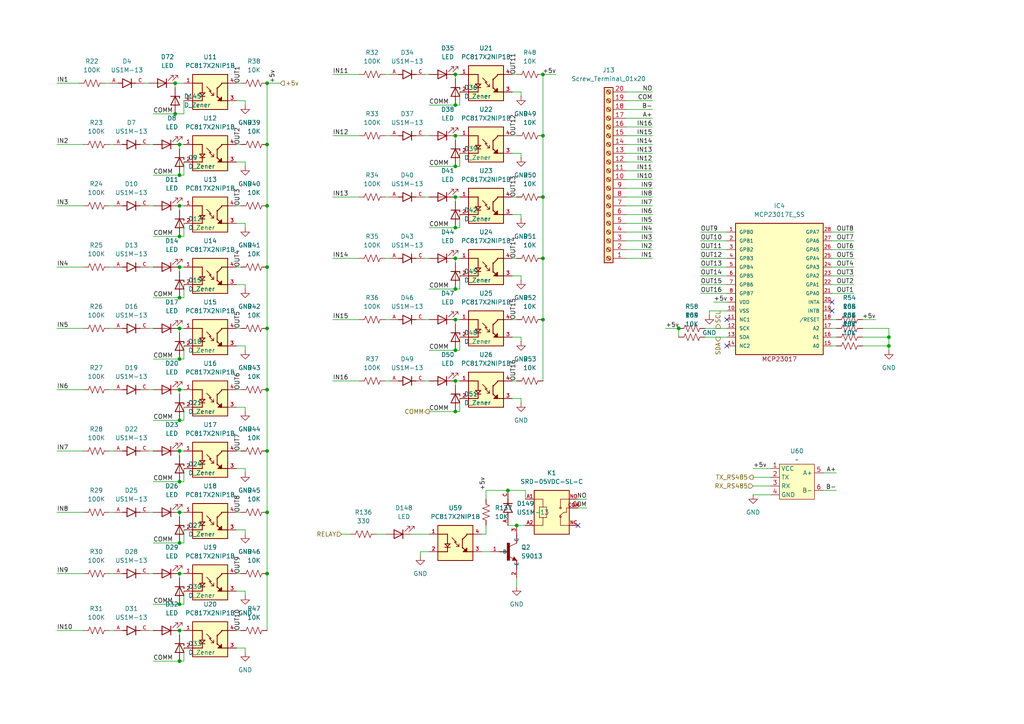
<source format=kicad_sch>
(kicad_sch (version 20231120) (generator "eeschema") (generator_version "8.0")
  (paper "A4")
  (lib_symbols
    (symbol "Connector:Screw_Terminal_01x20" (pin_names (offset 1.016) hide)
      (property "Reference" "J" (at 0 25.4 0))
      (property "Value" "Screw_Terminal_01x20" (at 0 -27.94 0))
      (symbol "Screw_Terminal_01x20_1_1"
        (pin passive line (at -5.08 22.86 0) (length 3.81) (name "Pin_1") (number "1"))
        (pin passive line (at -5.08 0 0) (length 3.81) (name "Pin_10") (number "10"))
        (pin passive line (at -5.08 -2.54 0) (length 3.81) (name "Pin_11") (number "11"))
        (pin passive line (at -5.08 -5.08 0) (length 3.81) (name "Pin_12") (number "12"))
        (pin passive line (at -5.08 -7.62 0) (length 3.81) (name "Pin_13") (number "13"))
        (pin passive line (at -5.08 -10.16 0) (length 3.81) (name "Pin_14") (number "14"))
        (pin passive line (at -5.08 -12.7 0) (length 3.81) (name "Pin_15") (number "15"))
        (pin passive line (at -5.08 -15.24 0) (length 3.81) (name "Pin_16") (number "16"))
        (pin passive line (at -5.08 -17.78 0) (length 3.81) (name "Pin_17") (number "17"))
        (pin passive line (at -5.08 -20.32 0) (length 3.81) (name "Pin_18") (number "18"))
        (pin passive line (at -5.08 -22.86 0) (length 3.81) (name "Pin_19") (number "19"))
        (pin passive line (at -5.08 20.32 0) (length 3.81) (name "Pin_2") (number "2"))
        (pin passive line (at -5.08 -25.4 0) (length 3.81) (name "Pin_20") (number "20"))
        (pin passive line (at -5.08 17.78 0) (length 3.81) (name "Pin_3") (number "3"))
        (pin passive line (at -5.08 15.24 0) (length 3.81) (name "Pin_4") (number "4"))
        (pin passive line (at -5.08 12.7 0) (length 3.81) (name "Pin_5") (number "5"))
        (pin passive line (at -5.08 10.16 0) (length 3.81) (name "Pin_6") (number "6"))
        (pin passive line (at -5.08 7.62 0) (length 3.81) (name "Pin_7") (number "7"))
        (pin passive line (at -5.08 5.08 0) (length 3.81) (name "Pin_8") (number "8"))
        (pin passive line (at -5.08 2.54 0) (length 3.81) (name "Pin_9") (number "9"))
      )
    )
    (symbol "Device:D_Zener" (pin_numbers hide) (pin_names (offset 1.016) hide)
      (property "Reference" "D" (at 0 2.54 0))
      (property "Value" "D_Zener" (at 0 -2.54 0))
      (symbol "D_Zener_1_1"
        (pin passive line (at -3.81 0 0) (length 2.54) (name "K") (number "1"))
        (pin passive line (at 3.81 0 180) (length 2.54) (name "A") (number "2"))
      )
    )
    (symbol "Device:LED" (pin_numbers hide) (pin_names (offset 1.016) hide)
      (property "Reference" "D" (at 0 2.54 0))
      (property "Value" "LED" (at 0 -2.54 0))
      (symbol "LED_1_1"
        (pin passive line (at -3.81 0 0) (length 2.54) (name "K") (number "1"))
        (pin passive line (at 3.81 0 180) (length 2.54) (name "A") (number "2"))
      )
    )
    (symbol "Device:R_US" (pin_numbers hide) (pin_names (offset 0))
      (property "Reference" "R" (at 2.54 0 90))
      (property "Value" "R_US" (at -2.54 0 90))
      (symbol "R_US_1_1"
        (pin passive line (at 0 3.81 270) (length 1.27) (name "~") (number "1"))
        (pin passive line (at 0 -3.81 90) (length 1.27) (name "~") (number "2"))
      )
    )
    (symbol "MCP23017E_SS:MCP23017E_SS" (pin_names (offset 1.016))
      (property "Reference" "IC" (at 0 19.05 0))
      (property "Value" "MCP23017E_SS" (at 0 0 0))
      (symbol "MCP23017E_SS_0_0"
        (text "MCP23017" (at 0 -21.59 0) (effects (font (size 1.27 1.27))))
        (pin bidirectional line (at -15.24 15.24 0) (length 2.54) (name "GPB0") (number "1"))
        (pin bidirectional line (at -15.24 -7.62 0) (length 2.54) (name "VSS") (number "10"))
        (pin bidirectional line (at -15.24 -10.16 0) (length 2.54) (name "NC1") (number "11"))
        (pin bidirectional line (at -15.24 -12.7 0) (length 2.54) (name "SCK") (number "12"))
        (pin bidirectional line (at -15.24 -15.24 0) (length 2.54) (name "SDA") (number "13"))
        (pin bidirectional line (at -15.24 -17.78 0) (length 2.54) (name "NC2") (number "14"))
        (pin bidirectional line (at 15.24 -17.78 180) (length 2.54) (name "A0") (number "15"))
        (pin bidirectional line (at 15.24 -15.24 180) (length 2.54) (name "A1") (number "16"))
        (pin bidirectional line (at 15.24 -12.7 180) (length 2.54) (name "A2") (number "17"))
        (pin bidirectional line (at 15.24 -10.16 180) (length 2.54) (name "/RESET") (number "18"))
        (pin bidirectional line (at 15.24 -7.62 180) (length 2.54) (name "INTB") (number "19"))
        (pin bidirectional line (at -15.24 12.7 0) (length 2.54) (name "GPB1") (number "2"))
        (pin bidirectional line (at 15.24 -5.08 180) (length 2.54) (name "INTA") (number "20"))
        (pin bidirectional line (at 15.24 -2.54 180) (length 2.54) (name "GPA0") (number "21"))
        (pin bidirectional line (at 15.24 0 180) (length 2.54) (name "GPA1") (number "22"))
        (pin bidirectional line (at 15.24 2.54 180) (length 2.54) (name "GPA2") (number "23"))
        (pin bidirectional line (at 15.24 5.08 180) (length 2.54) (name "GPA3") (number "24"))
        (pin bidirectional line (at 15.24 7.62 180) (length 2.54) (name "GPA4") (number "25"))
        (pin bidirectional line (at 15.24 10.16 180) (length 2.54) (name "GPA5") (number "26"))
        (pin bidirectional line (at 15.24 12.7 180) (length 2.54) (name "GPA6") (number "27"))
        (pin bidirectional line (at 15.24 15.24 180) (length 2.54) (name "GPA7") (number "28"))
        (pin bidirectional line (at -15.24 10.16 0) (length 2.54) (name "GPB2") (number "3"))
        (pin bidirectional line (at -15.24 7.62 0) (length 2.54) (name "GPB3") (number "4"))
        (pin bidirectional line (at -15.24 5.08 0) (length 2.54) (name "GPB4") (number "5"))
        (pin bidirectional line (at -15.24 2.54 0) (length 2.54) (name "GPB5") (number "6"))
        (pin bidirectional line (at -15.24 0 0) (length 2.54) (name "GPB6") (number "7"))
        (pin bidirectional line (at -15.24 -2.54 0) (length 2.54) (name "GPB7") (number "8"))
        (pin bidirectional line (at -15.24 -5.08 0) (length 2.54) (name "VDD") (number "9"))
      )
    )
    (symbol "PC817X2NIP1B:PC817X2NIP1B" (pin_names (offset 1.016))
      (property "Reference" "U" (at -5.08 5.842 0))
      (property "Value" "PC817X2NIP1B" (at -5.08 -7.62 0))
      (symbol "PC817X2NIP1B_0_0"
        (pin passive line (at -7.62 2.54 0) (length 2.54) (name "~") (number "1"))
        (pin passive line (at -7.62 -2.54 0) (length 2.54) (name "~") (number "2"))
        (pin passive line (at 7.62 -2.54 180) (length 2.54) (name "~") (number "3"))
        (pin passive line (at 7.62 2.54 180) (length 2.54) (name "~") (number "4"))
      )
    )
    (symbol "RS485toTTL:RS485-TTL"
      (property "Reference" "U" (at 0 0 0))
      (symbol "RS485-TTL_1_1"
        (pin power_in line (at -7.62 -3.81 0) (length 2.54) (name "VCC") (number "1"))
        (pin output line (at -7.62 -6.35 0) (length 2.54) (name "TX") (number "2"))
        (pin input line (at -7.62 -8.89 0) (length 2.54) (name "RX") (number "3"))
        (pin power_in line (at -7.62 -11.43 0) (length 2.54) (name "GND") (number "4"))
        (pin input line (at 7.62 -5.08 180) (length 2.54) (name "A+") (number "5"))
        (pin input line (at 7.62 -10.16 180) (length 2.54) (name "B-") (number "6"))
      )
    )
    (symbol "S9013:S9013" (pin_names (offset 1.016))
      (property "Reference" "Q" (at 5.0809 0 0))
      (property "Value" "S9013" (at 5.0823 -2.5411 0))
      (symbol "S9013_0_0"
        (pin passive line (at -5.08 0 0) (length 2.54) (name "B") (number "1"))
        (pin passive line (at 2.54 -7.62 90) (length 2.54) (name "E") (number "2"))
        (pin passive line (at 2.54 7.62 270) (length 2.54) (name "C") (number "3"))
      )
    )
    (symbol "SRD-05VDC-SL-C:SRD-05VDC-SL-C" (pin_names (offset 1.016))
      (property "Reference" "K" (at -5.0809 5.843 0))
      (property "Value" "SRD-05VDC-SL-C" (at -5.0832 -10.1664 0))
      (symbol "SRD-05VDC-SL-C_0_0"
        (pin passive line (at -7.62 2.54 0) (length 2.54) (name "~") (number "A1"))
        (pin passive line (at -7.62 -5.08 0) (length 2.54) (name "~") (number "A2"))
        (pin passive line (at 7.62 0 180) (length 2.54) (name "~") (number "COM"))
        (pin passive line (at 7.62 -5.08 180) (length 2.54) (name "~") (number "NC"))
        (pin passive line (at 7.62 2.54 180) (length 2.54) (name "~") (number "NO"))
      )
    )
    (symbol "US1M-13:US1M-13" (pin_names (offset 1.016))
      (property "Reference" "D" (at -5.08 2.54 0))
      (property "Value" "US1M-13" (at -5.08 -3.81 0))
      (symbol "US1M-13_0_0"
        (pin passive line (at -5.08 0 0) (length 2.54) (name "~") (number "A"))
        (pin passive line (at 5.08 0 180) (length 2.54) (name "~") (number "C"))
      )
    )
    (symbol "power:GND" (power) (pin_numbers hide) (pin_names (offset 0) hide)
      (property "Value" "GND" (at 0 -3.81 0))
      (symbol "GND_1_1"
        (pin power_in line (at 0 0 270) (length 0) (name "~") (number "1"))
      )
    )
  )
  (junction (at 157.48 39.37))
  (junction (at 52.07 95.25))
  (junction (at 52.07 139.7))
  (junction (at 52.07 104.14))
  (junction (at 157.48 21.59))
  (junction (at 132.08 21.59))
  (junction (at 52.07 175.26))
  (junction (at 52.07 157.48))
  (junction (at 52.07 68.58))
  (junction (at 257.81 97.79))
  (junction (at 132.08 48.26))
  (junction (at 52.07 86.36))
  (junction (at 52.07 77.47))
  (junction (at 77.47 77.47))
  (junction (at 132.08 66.04))
  (junction (at 157.48 57.15))
  (junction (at 77.47 148.59))
  (junction (at 50.8 33.02))
  (junction (at 77.47 95.25))
  (junction (at 52.07 191.77))
  (junction (at 52.07 59.69))
  (junction (at 52.07 121.92))
  (junction (at 196.85 95.25))
  (junction (at 50.8 24.13))
  (junction (at 132.08 39.37))
  (junction (at 52.07 50.8))
  (junction (at 132.08 119.38))
  (junction (at 77.47 59.69))
  (junction (at 52.07 130.81))
  (junction (at 157.48 92.71))
  (junction (at 77.47 113.03))
  (junction (at 77.47 166.37))
  (junction (at 132.08 74.93))
  (junction (at 77.47 24.13))
  (junction (at 147.32 142.24))
  (junction (at 149.86 152.4))
  (junction (at 132.08 92.71))
  (junction (at 132.08 101.6))
  (junction (at 52.07 41.91))
  (junction (at 52.07 182.88))
  (junction (at 52.07 113.03))
  (junction (at 257.81 100.33))
  (junction (at 77.47 130.81))
  (junction (at 132.08 110.49))
  (junction (at 132.08 30.48))
  (junction (at 52.07 148.59))
  (junction (at 132.08 83.82))
  (junction (at 132.08 57.15))
  (junction (at 52.07 166.37))
  (junction (at 77.47 41.91))
  (junction (at 157.48 74.93))
  (no_connect (at 210.82 100.33))
  (no_connect (at 241.3 90.17))
  (no_connect (at 167.64 152.4))
  (no_connect (at 241.3 87.63))
  (no_connect (at 210.82 92.71))
  (wire (pts (xy 238.76 142.24) (xy 242.57 142.24)))
  (wire (pts (xy 16.51 24.13) (xy 22.86 24.13)))
  (wire (pts (xy 52.07 104.14) (xy 53.34 104.14)))
  (wire (pts (xy 111.76 39.37) (xy 113.03 39.37)))
  (wire (pts (xy 123.19 92.71) (xy 124.46 92.71)))
  (wire (pts (xy 132.08 57.15) (xy 132.08 58.42)))
  (wire (pts (xy 203.2 80.01) (xy 210.82 80.01)))
  (wire (pts (xy 52.07 148.59) (xy 53.34 148.59)))
  (wire (pts (xy 133.35 101.6) (xy 133.35 97.79)))
  (wire (pts (xy 53.34 86.36) (xy 53.34 82.55)))
  (wire (pts (xy 123.19 57.15) (xy 124.46 57.15)))
  (wire (pts (xy 44.45 68.58) (xy 52.07 68.58)))
  (wire (pts (xy 148.59 74.93) (xy 149.86 74.93)))
  (wire (pts (xy 147.32 152.4) (xy 149.86 152.4)))
  (wire (pts (xy 16.51 77.47) (xy 24.13 77.47)))
  (wire (pts (xy 68.58 166.37) (xy 69.85 166.37)))
  (wire (pts (xy 203.2 85.09) (xy 210.82 85.09)))
  (wire (pts (xy 68.58 135.89) (xy 71.12 135.89)))
  (wire (pts (xy 157.48 57.15) (xy 157.48 74.93)))
  (wire (pts (xy 68.58 118.11) (xy 71.12 118.11)))
  (wire (pts (xy 43.18 95.25) (xy 44.45 95.25)))
  (wire (pts (xy 181.61 46.99) (xy 189.23 46.99)))
  (wire (pts (xy 44.45 191.77) (xy 52.07 191.77)))
  (wire (pts (xy 132.08 119.38) (xy 133.35 119.38)))
  (wire (pts (xy 30.48 24.13) (xy 31.75 24.13)))
  (wire (pts (xy 52.07 59.69) (xy 52.07 60.96)))
  (wire (pts (xy 16.51 166.37) (xy 24.13 166.37)))
  (wire (pts (xy 52.07 59.69) (xy 53.34 59.69)))
  (wire (pts (xy 148.59 110.49) (xy 149.86 110.49)))
  (wire (pts (xy 148.59 97.79) (xy 151.13 97.79)))
  (wire (pts (xy 16.51 59.69) (xy 24.13 59.69)))
  (wire (pts (xy 43.18 182.88) (xy 44.45 182.88)))
  (wire (pts (xy 68.58 171.45) (xy 71.12 171.45)))
  (wire (pts (xy 53.34 157.48) (xy 53.34 153.67)))
  (wire (pts (xy 151.13 81.28) (xy 151.13 80.01)))
  (wire (pts (xy 124.46 83.82) (xy 132.08 83.82)))
  (wire (pts (xy 151.13 27.94) (xy 151.13 26.67)))
  (wire (pts (xy 218.44 140.97) (xy 223.52 140.97)))
  (wire (pts (xy 71.12 48.26) (xy 71.12 46.99)))
  (wire (pts (xy 148.59 21.59) (xy 149.86 21.59)))
  (wire (pts (xy 148.59 57.15) (xy 149.86 57.15)))
  (wire (pts (xy 132.08 66.04) (xy 133.35 66.04)))
  (wire (pts (xy 181.61 49.53) (xy 189.23 49.53)))
  (wire (pts (xy 121.92 161.29) (xy 121.92 160.02)))
  (wire (pts (xy 140.97 152.4) (xy 140.97 154.94)))
  (wire (pts (xy 152.4 142.24) (xy 147.32 142.24)))
  (wire (pts (xy 68.58 41.91) (xy 69.85 41.91)))
  (wire (pts (xy 31.75 113.03) (xy 33.02 113.03)))
  (wire (pts (xy 157.48 21.59) (xy 161.29 21.59)))
  (wire (pts (xy 96.52 110.49) (xy 104.14 110.49)))
  (wire (pts (xy 16.51 95.25) (xy 24.13 95.25)))
  (wire (pts (xy 241.3 97.79) (xy 242.57 97.79)))
  (wire (pts (xy 205.74 90.17) (xy 205.74 91.44)))
  (wire (pts (xy 203.2 77.47) (xy 210.82 77.47)))
  (wire (pts (xy 123.19 21.59) (xy 124.46 21.59)))
  (wire (pts (xy 44.45 157.48) (xy 52.07 157.48)))
  (wire (pts (xy 111.76 92.71) (xy 113.03 92.71)))
  (wire (pts (xy 218.44 135.89) (xy 223.52 135.89)))
  (wire (pts (xy 148.59 80.01) (xy 151.13 80.01)))
  (wire (pts (xy 71.12 153.67) (xy 68.58 153.67)))
  (wire (pts (xy 181.61 72.39) (xy 189.23 72.39)))
  (wire (pts (xy 96.52 74.93) (xy 104.14 74.93)))
  (wire (pts (xy 52.07 95.25) (xy 52.07 96.52)))
  (wire (pts (xy 71.12 119.38) (xy 71.12 118.11)))
  (wire (pts (xy 96.52 57.15) (xy 104.14 57.15)))
  (wire (pts (xy 68.58 59.69) (xy 69.85 59.69)))
  (wire (pts (xy 181.61 34.29) (xy 189.23 34.29)))
  (wire (pts (xy 43.18 130.81) (xy 44.45 130.81)))
  (wire (pts (xy 77.47 24.13) (xy 77.47 41.91)))
  (wire (pts (xy 96.52 39.37) (xy 104.14 39.37)))
  (wire (pts (xy 132.08 83.82) (xy 133.35 83.82)))
  (wire (pts (xy 111.76 74.93) (xy 113.03 74.93)))
  (wire (pts (xy 132.08 92.71) (xy 132.08 93.98)))
  (wire (pts (xy 43.18 166.37) (xy 44.45 166.37)))
  (wire (pts (xy 151.13 116.84) (xy 151.13 115.57)))
  (wire (pts (xy 257.81 100.33) (xy 257.81 101.6)))
  (wire (pts (xy 149.86 152.4) (xy 152.4 152.4)))
  (wire (pts (xy 77.47 95.25) (xy 77.47 113.03)))
  (wire (pts (xy 132.08 39.37) (xy 132.08 40.64)))
  (wire (pts (xy 123.19 39.37) (xy 124.46 39.37)))
  (wire (pts (xy 218.44 138.43) (xy 223.52 138.43)))
  (wire (pts (xy 196.85 95.25) (xy 196.85 97.79)))
  (wire (pts (xy 52.07 182.88) (xy 53.34 182.88)))
  (wire (pts (xy 123.19 110.49) (xy 124.46 110.49)))
  (wire (pts (xy 52.07 182.88) (xy 52.07 184.15)))
  (wire (pts (xy 43.18 59.69) (xy 44.45 59.69)))
  (wire (pts (xy 181.61 52.07) (xy 189.23 52.07)))
  (wire (pts (xy 52.07 50.8) (xy 53.34 50.8)))
  (wire (pts (xy 52.07 139.7) (xy 53.34 139.7)))
  (wire (pts (xy 124.46 119.38) (xy 132.08 119.38)))
  (wire (pts (xy 241.3 95.25) (xy 242.57 95.25)))
  (wire (pts (xy 132.08 39.37) (xy 133.35 39.37)))
  (wire (pts (xy 53.34 121.92) (xy 53.34 118.11)))
  (wire (pts (xy 53.34 139.7) (xy 53.34 135.89)))
  (wire (pts (xy 124.46 48.26) (xy 132.08 48.26)))
  (wire (pts (xy 121.92 160.02) (xy 124.46 160.02)))
  (wire (pts (xy 241.3 67.31) (xy 247.65 67.31)))
  (wire (pts (xy 250.19 97.79) (xy 257.81 97.79)))
  (wire (pts (xy 43.18 148.59) (xy 44.45 148.59)))
  (wire (pts (xy 77.47 41.91) (xy 77.47 59.69)))
  (wire (pts (xy 68.58 24.13) (xy 69.85 24.13)))
  (wire (pts (xy 132.08 21.59) (xy 133.35 21.59)))
  (wire (pts (xy 241.3 80.01) (xy 247.65 80.01)))
  (wire (pts (xy 31.75 130.81) (xy 33.02 130.81)))
  (wire (pts (xy 111.76 21.59) (xy 113.03 21.59)))
  (wire (pts (xy 181.61 64.77) (xy 189.23 64.77)))
  (wire (pts (xy 50.8 24.13) (xy 50.8 25.4)))
  (wire (pts (xy 68.58 95.25) (xy 69.85 95.25)))
  (wire (pts (xy 119.38 154.94) (xy 124.46 154.94)))
  (wire (pts (xy 52.07 130.81) (xy 53.34 130.81)))
  (wire (pts (xy 44.45 33.02) (xy 50.8 33.02)))
  (wire (pts (xy 193.04 95.25) (xy 196.85 95.25)))
  (wire (pts (xy 68.58 77.47) (xy 69.85 77.47)))
  (wire (pts (xy 132.08 110.49) (xy 132.08 111.76)))
  (wire (pts (xy 241.3 77.47) (xy 247.65 77.47)))
  (wire (pts (xy 133.35 83.82) (xy 133.35 80.01)))
  (wire (pts (xy 43.18 41.91) (xy 44.45 41.91)))
  (wire (pts (xy 77.47 166.37) (xy 77.47 182.88)))
  (wire (pts (xy 241.3 72.39) (xy 247.65 72.39)))
  (wire (pts (xy 68.58 100.33) (xy 71.12 100.33)))
  (wire (pts (xy 257.81 100.33) (xy 250.19 100.33)))
  (wire (pts (xy 52.07 41.91) (xy 52.07 43.18)))
  (wire (pts (xy 31.75 182.88) (xy 33.02 182.88)))
  (wire (pts (xy 31.75 77.47) (xy 33.02 77.47)))
  (wire (pts (xy 71.12 30.48) (xy 71.12 29.21)))
  (wire (pts (xy 50.8 24.13) (xy 53.34 24.13)))
  (wire (pts (xy 124.46 101.6) (xy 132.08 101.6)))
  (wire (pts (xy 157.48 39.37) (xy 157.48 57.15)))
  (wire (pts (xy 111.76 110.49) (xy 113.03 110.49)))
  (wire (pts (xy 132.08 101.6) (xy 133.35 101.6)))
  (wire (pts (xy 139.7 160.02) (xy 142.24 160.02)))
  (wire (pts (xy 133.35 48.26) (xy 133.35 44.45)))
  (wire (pts (xy 109.22 154.94) (xy 111.76 154.94)))
  (wire (pts (xy 31.75 95.25) (xy 33.02 95.25)))
  (wire (pts (xy 68.58 148.59) (xy 69.85 148.59)))
  (wire (pts (xy 181.61 44.45) (xy 189.23 44.45)))
  (wire (pts (xy 99.06 154.94) (xy 101.6 154.94)))
  (wire (pts (xy 68.58 113.03) (xy 69.85 113.03)))
  (wire (pts (xy 43.18 113.03) (xy 44.45 113.03)))
  (wire (pts (xy 44.45 50.8) (xy 52.07 50.8)))
  (wire (pts (xy 77.47 59.69) (xy 77.47 77.47)))
  (wire (pts (xy 181.61 41.91) (xy 189.23 41.91)))
  (wire (pts (xy 241.3 82.55) (xy 247.65 82.55)))
  (wire (pts (xy 181.61 62.23) (xy 189.23 62.23)))
  (wire (pts (xy 151.13 99.06) (xy 151.13 97.79)))
  (wire (pts (xy 181.61 26.67) (xy 189.23 26.67)))
  (wire (pts (xy 111.76 57.15) (xy 113.03 57.15)))
  (wire (pts (xy 16.51 148.59) (xy 24.13 148.59)))
  (wire (pts (xy 148.59 44.45) (xy 151.13 44.45)))
  (wire (pts (xy 241.3 100.33) (xy 242.57 100.33)))
  (wire (pts (xy 71.12 172.72) (xy 71.12 171.45)))
  (wire (pts (xy 149.86 167.64) (xy 149.86 170.18)))
  (wire (pts (xy 44.45 86.36) (xy 52.07 86.36)))
  (wire (pts (xy 181.61 54.61) (xy 189.23 54.61)))
  (wire (pts (xy 52.07 157.48) (xy 53.34 157.48)))
  (wire (pts (xy 241.3 69.85) (xy 247.65 69.85)))
  (wire (pts (xy 181.61 31.75) (xy 189.23 31.75)))
  (wire (pts (xy 157.48 92.71) (xy 157.48 110.49)))
  (wire (pts (xy 181.61 29.21) (xy 189.23 29.21)))
  (wire (pts (xy 71.12 82.55) (xy 68.58 82.55)))
  (wire (pts (xy 133.35 119.38) (xy 133.35 115.57)))
  (wire (pts (xy 41.91 24.13) (xy 43.18 24.13)))
  (wire (pts (xy 44.45 104.14) (xy 52.07 104.14)))
  (wire (pts (xy 31.75 59.69) (xy 33.02 59.69)))
  (wire (pts (xy 181.61 74.93) (xy 189.23 74.93)))
  (wire (pts (xy 210.82 90.17) (xy 205.74 90.17)))
  (wire (pts (xy 124.46 66.04) (xy 132.08 66.04)))
  (wire (pts (xy 132.08 57.15) (xy 133.35 57.15)))
  (wire (pts (xy 151.13 115.57) (xy 148.59 115.57)))
  (wire (pts (xy 203.2 69.85) (xy 210.82 69.85)))
  (wire (pts (xy 181.61 59.69) (xy 189.23 59.69)))
  (wire (pts (xy 203.2 67.31) (xy 210.82 67.31)))
  (wire (pts (xy 52.07 77.47) (xy 53.34 77.47)))
  (wire (pts (xy 147.32 142.24) (xy 140.97 142.24)))
  (wire (pts (xy 203.2 82.55) (xy 210.82 82.55)))
  (wire (pts (xy 181.61 67.31) (xy 189.23 67.31)))
  (wire (pts (xy 148.59 39.37) (xy 149.86 39.37)))
  (wire (pts (xy 77.47 148.59) (xy 77.47 166.37)))
  (wire (pts (xy 241.3 92.71) (xy 242.57 92.71)))
  (wire (pts (xy 77.47 130.81) (xy 77.47 148.59)))
  (wire (pts (xy 52.07 121.92) (xy 53.34 121.92)))
  (wire (pts (xy 181.61 57.15) (xy 189.23 57.15)))
  (wire (pts (xy 96.52 92.71) (xy 104.14 92.71)))
  (wire (pts (xy 16.51 130.81) (xy 24.13 130.81)))
  (wire (pts (xy 77.47 113.03) (xy 77.47 130.81)))
  (wire (pts (xy 44.45 121.92) (xy 52.07 121.92)))
  (wire (pts (xy 250.19 95.25) (xy 257.81 95.25)))
  (wire (pts (xy 53.34 100.33) (xy 53.34 104.14)))
  (wire (pts (xy 31.75 41.91) (xy 33.02 41.91)))
  (wire (pts (xy 152.4 144.78) (xy 152.4 142.24)))
  (wire (pts (xy 52.07 191.77) (xy 53.34 191.77)))
  (wire (pts (xy 52.07 41.91) (xy 53.34 41.91)))
  (wire (pts (xy 53.34 175.26) (xy 53.34 171.45)))
  (wire (pts (xy 53.34 50.8) (xy 53.34 46.99)))
  (wire (pts (xy 124.46 30.48) (xy 132.08 30.48)))
  (wire (pts (xy 151.13 62.23) (xy 148.59 62.23)))
  (wire (pts (xy 133.35 66.04) (xy 133.35 62.23)))
  (wire (pts (xy 151.13 63.5) (xy 151.13 62.23)))
  (wire (pts (xy 132.08 74.93) (xy 133.35 74.93)))
  (wire (pts (xy 140.97 154.94) (xy 139.7 154.94)))
  (wire (pts (xy 132.08 48.26) (xy 133.35 48.26)))
  (wire (pts (xy 123.19 74.93) (xy 124.46 74.93)))
  (wire (pts (xy 157.48 21.59) (xy 157.48 39.37)))
  (wire (pts (xy 52.07 77.47) (xy 52.07 78.74)))
  (wire (pts (xy 71.12 83.82) (xy 71.12 82.55)))
  (wire (pts (xy 167.64 144.78) (xy 170.18 144.78)))
  (wire (pts (xy 53.34 33.02) (xy 53.34 29.21)))
  (wire (pts (xy 43.18 77.47) (xy 44.45 77.47)))
  (wire (pts (xy 71.12 64.77) (xy 68.58 64.77)))
  (wire (pts (xy 132.08 30.48) (xy 133.35 30.48)))
  (wire (pts (xy 241.3 85.09) (xy 247.65 85.09)))
  (wire (pts (xy 44.45 139.7) (xy 52.07 139.7)))
  (wire (pts (xy 16.51 182.88) (xy 24.13 182.88)))
  (wire (pts (xy 52.07 113.03) (xy 52.07 114.3)))
  (wire (pts (xy 52.07 166.37) (xy 53.34 166.37)))
  (wire (pts (xy 77.47 24.13) (xy 81.28 24.13)))
  (wire (pts (xy 203.2 72.39) (xy 210.82 72.39)))
  (wire (pts (xy 71.12 101.6) (xy 71.12 100.33)))
  (wire (pts (xy 132.08 21.59) (xy 132.08 22.86)))
  (wire (pts (xy 52.07 148.59) (xy 52.07 149.86)))
  (wire (pts (xy 52.07 166.37) (xy 52.07 167.64)))
  (wire (pts (xy 68.58 29.21) (xy 71.12 29.21)))
  (wire (pts (xy 203.2 74.93) (xy 210.82 74.93)))
  (wire (pts (xy 53.34 68.58) (xy 53.34 64.77)))
  (wire (pts (xy 204.47 97.79) (xy 210.82 97.79)))
  (wire (pts (xy 31.75 148.59) (xy 33.02 148.59)))
  (wire (pts (xy 151.13 45.72) (xy 151.13 44.45)))
  (wire (pts (xy 52.07 113.03) (xy 53.34 113.03)))
  (wire (pts (xy 31.75 166.37) (xy 33.02 166.37)))
  (wire (pts (xy 148.59 26.67) (xy 151.13 26.67)))
  (wire (pts (xy 181.61 39.37) (xy 189.23 39.37)))
  (wire (pts (xy 52.07 68.58) (xy 53.34 68.58)))
  (wire (pts (xy 204.47 95.25) (xy 210.82 95.25)))
  (wire (pts (xy 50.8 33.02) (xy 53.34 33.02)))
  (wire (pts (xy 68.58 182.88) (xy 69.85 182.88)))
  (wire (pts (xy 53.34 191.77) (xy 53.34 187.96)))
  (wire (pts (xy 132.08 110.49) (xy 133.35 110.49)))
  (wire (pts (xy 44.45 175.26) (xy 52.07 175.26)))
  (wire (pts (xy 52.07 86.36) (xy 53.34 86.36)))
  (wire (pts (xy 68.58 46.99) (xy 71.12 46.99)))
  (wire (pts (xy 181.61 36.83) (xy 189.23 36.83)))
  (wire (pts (xy 241.3 74.93) (xy 247.65 74.93)))
  (wire (pts (xy 52.07 95.25) (xy 53.34 95.25)))
  (wire (pts (xy 238.76 137.16) (xy 242.57 137.16)))
  (wire (pts (xy 257.81 97.79) (xy 257.81 100.33)))
  (wire (pts (xy 52.07 175.26) (xy 53.34 175.26)))
  (wire (pts (xy 257.81 95.25) (xy 257.81 97.79)))
  (wire (pts (xy 181.61 69.85) (xy 189.23 69.85)))
  (wire (pts (xy 71.12 137.16) (xy 71.12 135.89)))
  (wire (pts (xy 207.01 87.63) (xy 210.82 87.63)))
  (wire (pts (xy 96.52 21.59) (xy 104.14 21.59)))
  (wire (pts (xy 167.64 147.32) (xy 170.18 147.32)))
  (wire (pts (xy 132.08 74.93) (xy 132.08 76.2)))
  (wire (pts (xy 132.08 92.71) (xy 133.35 92.71)))
  (wire (pts (xy 68.58 130.81) (xy 69.85 130.81)))
  (wire (pts (xy 157.48 74.93) (xy 157.48 92.71)))
  (wire (pts (xy 71.12 187.96) (xy 68.58 187.96)))
  (wire (pts (xy 71.12 154.94) (xy 71.12 153.67)))
  (wire (pts (xy 16.51 113.03) (xy 24.13 113.03)))
  (wire (pts (xy 52.07 130.81) (xy 52.07 132.08)))
  (wire (pts (xy 16.51 41.91) (xy 24.13 41.91)))
  (wire (pts (xy 133.35 30.48) (xy 133.35 26.67)))
  (wire (pts (xy 140.97 142.24) (xy 140.97 144.78)))
  (wire (pts (xy 71.12 189.23) (xy 71.12 187.96)))
  (wire (pts (xy 250.19 92.71) (xy 254 92.71)))
  (wire (pts (xy 148.59 92.71) (xy 149.86 92.71)))
  (wire (pts (xy 77.47 77.47) (xy 77.47 95.25)))
  (wire (pts (xy 71.12 66.04) (xy 71.12 64.77)))
  (wire (pts (xy 218.44 143.51) (xy 223.52 143.51)))
  (label "NO" (at 170.18 144.78 180))
  (label "IN8" (at 16.51 148.59 0))
  (label "IN6" (at 16.51 113.03 0))
  (label "OUT16" (at 149.86 110.49 90))
  (label "COMM" (at 124.46 119.38 0))
  (label "IN10" (at 16.51 182.88 0))
  (label "COMM" (at 44.45 121.92 0))
  (label "+5v" (at 218.44 135.89 0))
  (label "OUT7" (at 69.85 130.81 90))
  (label "IN12" (at 96.52 39.37 0))
  (label "IN16" (at 189.23 36.83 180))
  (label "A+" (at 242.57 137.16 180))
  (label "IN2" (at 16.51 41.91 0))
  (label "OUT8" (at 69.85 148.59 90))
  (label "IN5" (at 16.51 95.25 0))
  (label "COMM" (at 44.45 50.8 0))
  (label "OUT13" (at 203.2 77.47 0))
  (label "OUT12" (at 149.86 39.37 90))
  (label "OUT2" (at 247.65 82.55 180))
  (label "OUT10" (at 203.2 69.85 0))
  (label "OUT15" (at 149.86 92.71 90))
  (label "+5v" (at 161.29 21.59 180))
  (label "IN3" (at 189.23 69.85 180))
  (label "COMM" (at 44.45 33.02 0))
  (label "OUT8" (at 247.65 67.31 180))
  (label "NO" (at 189.23 26.67 180))
  (label "OUT15" (at 203.2 82.55 0))
  (label "IN13" (at 96.52 57.15 0))
  (label "OUT5" (at 69.85 95.25 90))
  (label "COMM" (at 124.46 30.48 0))
  (label "COMM" (at 44.45 86.36 0))
  (label "IN11" (at 189.23 49.53 180))
  (label "IN14" (at 189.23 41.91 180))
  (label "A+" (at 189.23 34.29 180))
  (label "OUT13" (at 149.86 57.15 90))
  (label "IN2" (at 189.23 72.39 180))
  (label "OUT1" (at 247.65 85.09 180))
  (label "+5v" (at 80.01 24.13 90))
  (label "OUT6" (at 247.65 72.39 180))
  (label "+5v" (at 140.97 142.24 90))
  (label "OUT3" (at 247.65 80.01 180))
  (label "IN13" (at 189.23 44.45 180))
  (label "OUT3" (at 69.85 59.69 90))
  (label "COMM" (at 44.45 104.14 0))
  (label "IN15" (at 189.23 39.37 180))
  (label "IN9" (at 189.23 54.61 180))
  (label "COMM" (at 124.46 66.04 0))
  (label "IN12" (at 189.23 46.99 180))
  (label "OUT11" (at 203.2 72.39 0))
  (label "COMM" (at 44.45 191.77 0))
  (label "OUT9" (at 69.85 166.37 90))
  (label "OUT9" (at 203.2 67.31 0))
  (label "OUT16" (at 203.2 85.09 0))
  (label "IN1" (at 16.51 24.13 0))
  (label "OUT12" (at 203.2 74.93 0))
  (label "+5v" (at 207.01 87.63 0))
  (label "B-" (at 242.57 142.24 180))
  (label "IN15" (at 96.52 92.71 0))
  (label "COMM" (at 44.45 68.58 0))
  (label "COM" (at 189.23 29.21 180))
  (label "IN14" (at 96.52 74.93 0))
  (label "IN7" (at 16.51 130.81 0))
  (label "IN10" (at 189.23 52.07 180))
  (label "COMM" (at 124.46 48.26 0))
  (label "IN7" (at 189.23 59.69 180))
  (label "+5v" (at 254 92.71 180))
  (label "OUT4" (at 247.65 77.47 180))
  (label "B-" (at 189.23 31.75 180))
  (label "COMM" (at 44.45 139.7 0))
  (label "OUT6" (at 69.85 113.03 90))
  (label "COMM" (at 124.46 83.82 0))
  (label "OUT14" (at 203.2 80.01 0))
  (label "IN4" (at 189.23 67.31 180))
  (label "IN8" (at 189.23 57.15 180))
  (label "IN3" (at 16.51 59.69 0))
  (label "COM" (at 170.18 147.32 180))
  (label "+5v" (at 193.04 95.25 0))
  (label "IN9" (at 16.51 166.37 0))
  (label "IN1" (at 189.23 74.93 180))
  (label "IN5" (at 189.23 64.77 180))
  (label "OUT7" (at 247.65 69.85 180))
  (label "OUT4" (at 69.85 77.47 90))
  (label "OUT2" (at 69.85 41.91 90))
  (label "OUT14" (at 149.86 74.93 90))
  (label "IN11" (at 96.52 21.59 0))
  (label "COMM" (at 44.45 175.26 0))
  (label "IN16" (at 96.52 110.49 0))
  (label "OUT11" (at 149.86 21.59 90))
  (label "IN4" (at 16.51 77.47 0))
  (label "OUT1" (at 69.85 24.13 90))
  (label "OUT10" (at 69.85 182.88 90))
  (label "COMM" (at 124.46 101.6 0))
  (label "IN6" (at 189.23 62.23 180))
  (label "COMM" (at 44.45 157.48 0))
  (label "OUT5" (at 247.65 74.93 180))
  (hierarchical_label "RX_RS485" (shape input) (at 218.44 140.97 180))
  (hierarchical_label "SDA" (shape output) (at 208.28 97.79 270))
  (hierarchical_label "+5v" (shape input) (at 81.28 24.13 0))
  (hierarchical_label "TX_RS485" (shape output) (at 218.44 138.43 180))
  (hierarchical_label "SCL" (shape output) (at 208.28 95.25 90))
  (hierarchical_label "RELAY" (shape input) (at 99.06 154.94 180))
  (hierarchical_label "COMM" (shape output) (at 124.46 119.38 180))
  (symbol (lib_id "Device:R_US") (at 73.66 77.47 90) (unit 1)
    (property "Reference" "R41" (at 73.66 71.12 90))
    (property "Value" "10K" (at 73.66 73.66 90))
    (property "Footprint" "Resistor_SMD:R_0805_2012Metric" (effects (hide yes)))
    (property "Description" "Resistor, US symbol" (effects (hide yes)))
  )
  (symbol (lib_id "MCP23017E_SS:MCP23017E_SS") (at 226.06 82.55 0) (unit 1)
    (property "Reference" "IC4" (at 226.06 59.69 0))
    (property "Value" "MCP23017E_SS" (at 226.06 62.23 0))
    (property "Footprint" "MCP23017E_SS:SSOP28" (effects (hide yes)))
    (property "MF" "Microchip" (effects (hide yes)))
    (property "Description_1" "\n16-Bit Input/Output Expander, I2C Interface, PB-Free, SSOP-28 | Microchip Technology Inc. MCP23017-E/SS\n" (effects (hide yes)))
    (property "Package" "SSOP-28 Microchip" (effects (hide yes)))
    (property "Price" "None" (effects (hide yes)))
    (property "SnapEDA_Link" "https://www.snapeda.com/parts/MCP23017-E/SS/Microchip/view-part/?ref=snap" (effects (hide yes)))
    (property "MP" "MCP23017-E/SS" (effects (hide yes)))
    (property "Purchase-URL" "https://www.snapeda.com/api/url_track_click_mouser/?unipart_id=47232&manufacturer=Microchip&part_name=MCP23017-E/SS&search_term=mcp23017 ss" (effects (hide yes)))
    (property "Availability" "In Stock" (effects (hide yes)))
    (property "Check_prices" "https://www.snapeda.com/parts/MCP23017-E/SS/Microchip/view-part/?ref=eda" (effects (hide yes)))
  )
  (symbol (lib_id "Device:R_US") (at 27.94 95.25 90) (unit 1)
    (property "Reference" "R26" (at 27.94 88.9 90))
    (property "Value" "100K" (at 27.94 91.44 90))
    (property "Footprint" "Resistor_THT:R_Axial_DIN0617_L17.0mm_D6.0mm_P20.32mm_Horizontal" (effects (hide yes)))
    (property "Description" "Resistor, US symbol" (effects (hide yes)))
  )
  (symbol (lib_id "Device:LED") (at 128.27 74.93 180) (unit 1)
    (property "Reference" "D44" (at 129.8575 67.31 0))
    (property "Value" "LED" (at 129.8575 69.85 0))
    (property "Footprint" "LED_SMD:LED_0805_2012Metric" (effects (hide yes)))
    (property "Description" "Light emitting diode" (effects (hide yes)))
  )
  (symbol (lib_id "Device:R_US") (at 105.41 154.94 90) (unit 1)
    (property "Reference" "R136" (at 105.41 148.59 90))
    (property "Value" "330" (at 105.41 151.13 90))
    (property "Footprint" "Resistor_SMD:R_0805_2012Metric" (effects (hide yes)))
    (property "Description" "Resistor, US symbol" (effects (hide yes)))
  )
  (symbol (lib_id "US1M-13:US1M-13") (at 118.11 92.71 0) (unit 1)
    (property "Reference" "D46" (at 118.11 86.36 0))
    (property "Value" "US1M-13" (at 118.11 88.9 0))
    (property "Footprint" "US1M-13:DIOM5226X240N" (effects (hide yes)))
    (property "MF" "Diodes Incorporated" (effects (hide yes)))
    (property "MAXIMUM_PACKAGE_HEIGHT" "2.4mm" (effects (hide yes)))
    (property "Package" "DO-214AC-214 Diodes Incorporated" (effects (hide yes)))
    (property "Price" "None" (effects (hide yes)))
    (property "Check_prices" "https://www.snapeda.com/parts/US1M-13/Diodes+Inc./view-part/?ref=eda" (effects (hide yes)))
    (property "STANDARD" "IPC-7351B" (effects (hide yes)))
    (property "PARTREV" "11-2" (effects (hide yes)))
    (property "SnapEDA_Link" "https://www.snapeda.com/parts/US1M-13/Diodes+Inc./view-part/?ref=snap" (effects (hide yes)))
    (property "MP" "US1M-13" (effects (hide yes)))
    (property "Description_1" "\nDiode Standard 1000 V 1A Surface Mount SMA\n" (effects (hide yes)))
    (property "Availability" "In Stock" (effects (hide yes)))
    (property "MANUFACTURER" "Diodes Inc." (effects (hide yes)))
  )
  (symbol (lib_id "Device:R_US") (at 153.67 57.15 90) (unit 1)
    (property "Reference" "R50" (at 153.67 50.8 90))
    (property "Value" "10K" (at 153.67 53.34 90))
    (property "Footprint" "Resistor_SMD:R_0805_2012Metric" (effects (hide yes)))
    (property "Description" "Resistor, US symbol" (effects (hide yes)))
  )
  (symbol (lib_id "Device:R_US") (at 27.94 182.88 90) (unit 1)
    (property "Reference" "R31" (at 27.94 176.53 90))
    (property "Value" "100K" (at 27.94 179.07 90))
    (property "Footprint" "Resistor_THT:R_Axial_DIN0617_L17.0mm_D6.0mm_P20.32mm_Horizontal" (effects (hide yes)))
    (property "Description" "Resistor, US symbol" (effects (hide yes)))
  )
  (symbol (lib_id "PC817X2NIP1B:PC817X2NIP1B") (at 140.97 59.69 0) (unit 1)
    (property "Reference" "U23" (at 140.97 49.53 0))
    (property "Value" "PC817X2NIP1B" (at 140.97 52.07 0))
    (property "Footprint" "PC817X2NIP1B:SOIC254P960X420-4N" (effects (hide yes)))
    (property "MF" "Sharp Microelectronics" (effects (hide yes)))
    (property "MAXIMUM_PACKAGE_HEIGHT" "4.2 mm" (effects (hide yes)))
    (property "Package" "SMD-4 Sharp Microelectronics" (effects (hide yes)))
    (property "Price" "None" (effects (hide yes)))
    (property "Check_prices" "https://www.snapeda.com/parts/PC817X2NIP1B/Sharp+Microelectronics/view-part/?ref=eda" (effects (hide yes)))
    (property "STANDARD" "IPC-7351B" (effects (hide yes)))
    (property "PARTREV" "March 28, 2017" (effects (hide yes)))
    (property "SnapEDA_Link" "https://www.snapeda.com/parts/PC817X2NIP1B/Sharp+Microelectronics/view-part/?ref=snap" (effects (hide yes)))
    (property "MP" "PC817X2NIP1B" (effects (hide yes)))
    (property "Description_1" "\nOptoisolator Transistor Output - 1 Channel 4-SMD\n" (effects (hide yes)))
    (property "Availability" "In Stock" (effects (hide yes)))
    (property "MANUFACTURER" "SHARP" (effects (hide yes)))
  )
  (symbol (lib_id "Device:R_US") (at 246.38 92.71 90) (unit 1)
    (property "Reference" "R54" (at 246.38 86.36 90))
    (property "Value" "10K" (at 246.38 88.9 90))
    (property "Footprint" "Resistor_SMD:R_0805_2012Metric" (effects (hide yes)))
    (property "Description" "Resistor, US symbol" (effects (hide yes)))
  )
  (symbol (lib_id "US1M-13:US1M-13") (at 38.1 77.47 0) (unit 1)
    (property "Reference" "D13" (at 38.1 71.12 0))
    (property "Value" "US1M-13" (at 38.1 73.66 0))
    (property "Footprint" "US1M-13:DIOM5226X240N" (effects (hide yes)))
    (property "MF" "Diodes Incorporated" (effects (hide yes)))
    (property "MAXIMUM_PACKAGE_HEIGHT" "2.4mm" (effects (hide yes)))
    (property "Package" "DO-214AC-214 Diodes Incorporated" (effects (hide yes)))
    (property "Price" "None" (effects (hide yes)))
    (property "Check_prices" "https://www.snapeda.com/parts/US1M-13/Diodes+Inc./view-part/?ref=eda" (effects (hide yes)))
    (property "STANDARD" "IPC-7351B" (effects (hide yes)))
    (property "PARTREV" "11-2" (effects (hide yes)))
    (property "SnapEDA_Link" "https://www.snapeda.com/parts/US1M-13/Diodes+Inc./view-part/?ref=snap" (effects (hide yes)))
    (property "MP" "US1M-13" (effects (hide yes)))
    (property "Description_1" "\nDiode Standard 1000 V 1A Surface Mount SMA\n" (effects (hide yes)))
    (property "Availability" "In Stock" (effects (hide yes)))
    (property "MANUFACTURER" "Diodes Inc." (effects (hide yes)))
  )
  (symbol (lib_id "Device:R_US") (at 73.66 148.59 90) (unit 1)
    (property "Reference" "R45" (at 73.66 142.24 90))
    (property "Value" "10K" (at 73.66 144.78 90))
    (property "Footprint" "Resistor_SMD:R_0805_2012Metric" (effects (hide yes)))
    (property "Description" "Resistor, US symbol" (effects (hide yes)))
  )
  (symbol (lib_id "PC817X2NIP1B:PC817X2NIP1B") (at 60.96 26.67 0) (unit 1)
    (property "Reference" "U11" (at 60.96 16.51 0))
    (property "Value" "PC817X2NIP1B" (at 60.96 19.05 0))
    (property "Footprint" "PC817X2NIP1B:SOIC254P960X420-4N" (effects (hide yes)))
    (property "MF" "Sharp Microelectronics" (effects (hide yes)))
    (property "MAXIMUM_PACKAGE_HEIGHT" "4.2 mm" (effects (hide yes)))
    (property "Package" "SMD-4 Sharp Microelectronics" (effects (hide yes)))
    (property "Price" "None" (effects (hide yes)))
    (property "Check_prices" "https://www.snapeda.com/parts/PC817X2NIP1B/Sharp+Microelectronics/view-part/?ref=eda" (effects (hide yes)))
    (property "STANDARD" "IPC-7351B" (effects (hide yes)))
    (property "PARTREV" "March 28, 2017" (effects (hide yes)))
    (property "SnapEDA_Link" "https://www.snapeda.com/parts/PC817X2NIP1B/Sharp+Microelectronics/view-part/?ref=snap" (effects (hide yes)))
    (property "MP" "PC817X2NIP1B" (effects (hide yes)))
    (property "Description_1" "\nOptoisolator Transistor Output - 1 Channel 4-SMD\n" (effects (hide yes)))
    (property "Availability" "In Stock" (effects (hide yes)))
    (property "MANUFACTURER" "SHARP" (effects (hide yes)))
  )
  (symbol (lib_id "Device:R_US") (at 107.95 21.59 90) (unit 1)
    (property "Reference" "R32" (at 107.95 15.24 90))
    (property "Value" "100K" (at 107.95 17.78 90))
    (property "Footprint" "Resistor_THT:R_Axial_DIN0617_L17.0mm_D6.0mm_P20.32mm_Horizontal" (effects (hide yes)))
    (property "Description" "Resistor, US symbol" (effects (hide yes)))
  )
  (symbol (lib_id "Device:D_Zener") (at 50.8 29.21 270) (unit 1)
    (property "Reference" "D145" (at 53.34 27.9399 90) (effects (justify left)))
    (property "Value" "D_Zener" (at 53.34 30.4799 90) (effects (justify left)))
    (property "Footprint" "Diode_SMD:D_SOD-123" (effects (hide yes)))
    (property "Description" "Zener diode" (effects (hide yes)))
  )
  (symbol (lib_id "RS485toTTL:RS485-TTL") (at 231.14 132.08 0) (unit 1)
    (property "Reference" "U60" (at 231.14 130.81 0))
    (property "Value" "~" (at 231.14 133.35 0))
    (property "Footprint" "RS485toTTL:RS485-TTL" (effects (hide yes)))
  )
  (symbol (lib_id "Device:R_US") (at 107.95 92.71 90) (unit 1)
    (property "Reference" "R36" (at 107.95 86.36 90))
    (property "Value" "100K" (at 107.95 88.9 90))
    (property "Footprint" "Resistor_THT:R_Axial_DIN0617_L17.0mm_D6.0mm_P20.32mm_Horizontal" (effects (hide yes)))
    (property "Description" "Resistor, US symbol" (effects (hide yes)))
  )
  (symbol (lib_id "US1M-13:US1M-13") (at 38.1 182.88 0) (unit 1)
    (property "Reference" "D31" (at 38.1 176.53 0))
    (property "Value" "US1M-13" (at 38.1 179.07 0))
    (property "Footprint" "US1M-13:DIOM5226X240N" (effects (hide yes)))
    (property "MF" "Diodes Incorporated" (effects (hide yes)))
    (property "MAXIMUM_PACKAGE_HEIGHT" "2.4mm" (effects (hide yes)))
    (property "Package" "DO-214AC-214 Diodes Incorporated" (effects (hide yes)))
    (property "Price" "None" (effects (hide yes)))
    (property "Check_prices" "https://www.snapeda.com/parts/US1M-13/Diodes+Inc./view-part/?ref=eda" (effects (hide yes)))
    (property "STANDARD" "IPC-7351B" (effects (hide yes)))
    (property "PARTREV" "11-2" (effects (hide yes)))
    (property "SnapEDA_Link" "https://www.snapeda.com/parts/US1M-13/Diodes+Inc./view-part/?ref=snap" (effects (hide yes)))
    (property "MP" "US1M-13" (effects (hide yes)))
    (property "Description_1" "\nDiode Standard 1000 V 1A Surface Mount SMA\n" (effects (hide yes)))
    (property "Availability" "In Stock" (effects (hide yes)))
    (property "MANUFACTURER" "Diodes Inc." (effects (hide yes)))
  )
  (symbol (lib_id "Device:D_Zener") (at 132.08 115.57 270) (unit 1)
    (property "Reference" "D51" (at 134.62 114.2999 90) (effects (justify left)))
    (property "Value" "D_Zener" (at 134.62 116.8399 90) (effects (justify left)))
    (property "Footprint" "Diode_SMD:D_SOD-123" (effects (hide yes)))
    (property "Description" "Zener diode" (effects (hide yes)))
  )
  (symbol (lib_id "Device:LED") (at 48.26 95.25 180) (unit 1)
    (property "Reference" "D17" (at 49.8475 87.63 0))
    (property "Value" "LED" (at 49.8475 90.17 0))
    (property "Footprint" "LED_SMD:LED_0805_2012Metric" (effects (hide yes)))
    (property "Description" "Light emitting diode" (effects (hide yes)))
  )
  (symbol (lib_id "US1M-13:US1M-13") (at 118.11 110.49 0) (unit 1)
    (property "Reference" "D49" (at 118.11 104.14 0))
    (property "Value" "US1M-13" (at 118.11 106.68 0))
    (property "Footprint" "US1M-13:DIOM5226X240N" (effects (hide yes)))
    (property "MF" "Diodes Incorporated" (effects (hide yes)))
    (property "MAXIMUM_PACKAGE_HEIGHT" "2.4mm" (effects (hide yes)))
    (property "Package" "DO-214AC-214 Diodes Incorporated" (effects (hide yes)))
    (property "Price" "None" (effects (hide yes)))
    (property "Check_prices" "https://www.snapeda.com/parts/US1M-13/Diodes+Inc./view-part/?ref=eda" (effects (hide yes)))
    (property "STANDARD" "IPC-7351B" (effects (hide yes)))
    (property "PARTREV" "11-2" (effects (hide yes)))
    (property "SnapEDA_Link" "https://www.snapeda.com/parts/US1M-13/Diodes+Inc./view-part/?ref=snap" (effects (hide yes)))
    (property "MP" "US1M-13" (effects (hide yes)))
    (property "Description_1" "\nDiode Standard 1000 V 1A Surface Mount SMA\n" (effects (hide yes)))
    (property "Availability" "In Stock" (effects (hide yes)))
    (property "MANUFACTURER" "Diodes Inc." (effects (hide yes)))
  )
  (symbol (lib_id "power:GND") (at 151.13 116.84 0) (unit 1)
    (property "Reference" "#PWR064" (effects (hide yes)))
    (property "Value" "GND" (at 151.13 121.92 0))
    (property "Description" "Power symbol creates a global label with name \"GND\" , ground" (effects (hide yes)))
  )
  (symbol (lib_id "Device:R_US") (at 73.66 24.13 90) (unit 1)
    (property "Reference" "R38" (at 73.66 17.78 90))
    (property "Value" "10K" (at 73.66 20.32 90))
    (property "Footprint" "Resistor_SMD:R_0805_2012Metric" (effects (hide yes)))
    (property "Description" "Resistor, US symbol" (effects (hide yes)))
  )
  (symbol (lib_id "PC817X2NIP1B:PC817X2NIP1B") (at 60.96 133.35 0) (unit 1)
    (property "Reference" "U17" (at 60.96 123.19 0))
    (property "Value" "PC817X2NIP1B" (at 60.96 125.73 0))
    (property "Footprint" "PC817X2NIP1B:SOIC254P960X420-4N" (effects (hide yes)))
    (property "MF" "Sharp Microelectronics" (effects (hide yes)))
    (property "MAXIMUM_PACKAGE_HEIGHT" "4.2 mm" (effects (hide yes)))
    (property "Package" "SMD-4 Sharp Microelectronics" (effects (hide yes)))
    (property "Price" "None" (effects (hide yes)))
    (property "Check_prices" "https://www.snapeda.com/parts/PC817X2NIP1B/Sharp+Microelectronics/view-part/?ref=eda" (effects (hide yes)))
    (property "STANDARD" "IPC-7351B" (effects (hide yes)))
    (property "PARTREV" "March 28, 2017" (effects (hide yes)))
    (property "SnapEDA_Link" "https://www.snapeda.com/parts/PC817X2NIP1B/Sharp+Microelectronics/view-part/?ref=snap" (effects (hide yes)))
    (property "MP" "PC817X2NIP1B" (effects (hide yes)))
    (property "Description_1" "\nOptoisolator Transistor Output - 1 Channel 4-SMD\n" (effects (hide yes)))
    (property "Availability" "In Stock" (effects (hide yes)))
    (property "MANUFACTURER" "SHARP" (effects (hide yes)))
  )
  (symbol (lib_id "Device:D_Zener") (at 132.08 44.45 270) (unit 1)
    (property "Reference" "D39" (at 134.62 43.1799 90) (effects (justify left)))
    (property "Value" "D_Zener" (at 134.62 45.7199 90) (effects (justify left)))
    (property "Footprint" "Diode_SMD:D_SOD-123" (effects (hide yes)))
    (property "Description" "Zener diode" (effects (hide yes)))
  )
  (symbol (lib_id "Device:LED") (at 46.99 24.13 180) (unit 1)
    (property "Reference" "D72" (at 48.5775 16.51 0))
    (property "Value" "LED" (at 48.5775 19.05 0))
    (property "Footprint" "LED_SMD:LED_0805_2012Metric" (effects (hide yes)))
    (property "Description" "Light emitting diode" (effects (hide yes)))
  )
  (symbol (lib_id "US1M-13:US1M-13") (at 38.1 166.37 0) (unit 1)
    (property "Reference" "D28" (at 38.1 160.02 0))
    (property "Value" "US1M-13" (at 38.1 162.56 0))
    (property "Footprint" "US1M-13:DIOM5226X240N" (effects (hide yes)))
    (property "MF" "Diodes Incorporated" (effects (hide yes)))
    (property "MAXIMUM_PACKAGE_HEIGHT" "2.4mm" (effects (hide yes)))
    (property "Package" "DO-214AC-214 Diodes Incorporated" (effects (hide yes)))
    (property "Price" "None" (effects (hide yes)))
    (property "Check_prices" "https://www.snapeda.com/parts/US1M-13/Diodes+Inc./view-part/?ref=eda" (effects (hide yes)))
    (property "STANDARD" "IPC-7351B" (effects (hide yes)))
    (property "PARTREV" "11-2" (effects (hide yes)))
    (property "SnapEDA_Link" "https://www.snapeda.com/parts/US1M-13/Diodes+Inc./view-part/?ref=snap" (effects (hide yes)))
    (property "MP" "US1M-13" (effects (hide yes)))
    (property "Description_1" "\nDiode Standard 1000 V 1A Surface Mount SMA\n" (effects (hide yes)))
    (property "Availability" "In Stock" (effects (hide yes)))
    (property "MANUFACTURER" "Diodes Inc." (effects (hide yes)))
  )
  (symbol (lib_id "Device:LED") (at 128.27 92.71 180) (unit 1)
    (property "Reference" "D47" (at 129.8575 85.09 0))
    (property "Value" "LED" (at 129.8575 87.63 0))
    (property "Footprint" "LED_SMD:LED_0805_2012Metric" (effects (hide yes)))
    (property "Description" "Light emitting diode" (effects (hide yes)))
  )
  (symbol (lib_id "power:GND") (at 149.86 170.18 0) (unit 1)
    (property "Reference" "#PWR0104" (effects (hide yes)))
    (property "Value" "GND" (at 149.86 175.26 0))
    (property "Description" "Power symbol creates a global label with name \"GND\" , ground" (effects (hide yes)))
  )
  (symbol (lib_id "US1M-13:US1M-13") (at 38.1 148.59 0) (unit 1)
    (property "Reference" "D25" (at 38.1 142.24 0))
    (property "Value" "US1M-13" (at 38.1 144.78 0))
    (property "Footprint" "US1M-13:DIOM5226X240N" (effects (hide yes)))
    (property "MF" "Diodes Incorporated" (effects (hide yes)))
    (property "MAXIMUM_PACKAGE_HEIGHT" "2.4mm" (effects (hide yes)))
    (property "Package" "DO-214AC-214 Diodes Incorporated" (effects (hide yes)))
    (property "Price" "None" (effects (hide yes)))
    (property "Check_prices" "https://www.snapeda.com/parts/US1M-13/Diodes+Inc./view-part/?ref=eda" (effects (hide yes)))
    (property "STANDARD" "IPC-7351B" (effects (hide yes)))
    (property "PARTREV" "11-2" (effects (hide yes)))
    (property "SnapEDA_Link" "https://www.snapeda.com/parts/US1M-13/Diodes+Inc./view-part/?ref=snap" (effects (hide yes)))
    (property "MP" "US1M-13" (effects (hide yes)))
    (property "Description_1" "\nDiode Standard 1000 V 1A Surface Mount SMA\n" (effects (hide yes)))
    (property "Availability" "In Stock" (effects (hide yes)))
    (property "MANUFACTURER" "Diodes Inc." (effects (hide yes)))
  )
  (symbol (lib_id "power:GND") (at 71.12 66.04 0) (unit 1)
    (property "Reference" "#PWR051" (effects (hide yes)))
    (property "Value" "GND" (at 71.12 71.12 0))
    (property "Description" "Power symbol creates a global label with name \"GND\" , ground" (effects (hide yes)))
  )
  (symbol (lib_id "Device:R_US") (at 27.94 148.59 90) (unit 1)
    (property "Reference" "R29" (at 27.94 142.24 90))
    (property "Value" "100K" (at 27.94 144.78 90))
    (property "Footprint" "Resistor_THT:R_Axial_DIN0617_L17.0mm_D6.0mm_P20.32mm_Horizontal" (effects (hide yes)))
    (property "Description" "Resistor, US symbol" (effects (hide yes)))
  )
  (symbol (lib_id "power:GND") (at 71.12 48.26 0) (unit 1)
    (property "Reference" "#PWR050" (effects (hide yes)))
    (property "Value" "GND" (at 71.12 53.34 0))
    (property "Description" "Power symbol creates a global label with name \"GND\" , ground" (effects (hide yes)))
  )
  (symbol (lib_id "Device:D_Zener") (at 52.07 135.89 270) (unit 1)
    (property "Reference" "D24" (at 54.61 134.6199 90) (effects (justify left)))
    (property "Value" "D_Zener" (at 54.61 137.1599 90) (effects (justify left)))
    (property "Footprint" "Diode_SMD:D_SOD-123" (effects (hide yes)))
    (property "Description" "Zener diode" (effects (hide yes)))
  )
  (symbol (lib_id "Device:R_US") (at 27.94 130.81 90) (unit 1)
    (property "Reference" "R28" (at 27.94 124.46 90))
    (property "Value" "100K" (at 27.94 127 90))
    (property "Footprint" "Resistor_THT:R_Axial_DIN0617_L17.0mm_D6.0mm_P20.32mm_Horizontal" (effects (hide yes)))
    (property "Description" "Resistor, US symbol" (effects (hide yes)))
  )
  (symbol (lib_id "US1M-13:US1M-13") (at 38.1 95.25 0) (unit 1)
    (property "Reference" "D16" (at 38.1 88.9 0))
    (property "Value" "US1M-13" (at 38.1 91.44 0))
    (property "Footprint" "US1M-13:DIOM5226X240N" (effects (hide yes)))
    (property "MF" "Diodes Incorporated" (effects (hide yes)))
    (property "MAXIMUM_PACKAGE_HEIGHT" "2.4mm" (effects (hide yes)))
    (property "Package" "DO-214AC-214 Diodes Incorporated" (effects (hide yes)))
    (property "Price" "None" (effects (hide yes)))
    (property "Check_prices" "https://www.snapeda.com/parts/US1M-13/Diodes+Inc./view-part/?ref=eda" (effects (hide yes)))
    (property "STANDARD" "IPC-7351B" (effects (hide yes)))
    (property "PARTREV" "11-2" (effects (hide yes)))
    (property "SnapEDA_Link" "https://www.snapeda.com/parts/US1M-13/Diodes+Inc./view-part/?ref=snap" (effects (hide yes)))
    (property "MP" "US1M-13" (effects (hide yes)))
    (property "Description_1" "\nDiode Standard 1000 V 1A Surface Mount SMA\n" (effects (hide yes)))
    (property "Availability" "In Stock" (effects (hide yes)))
    (property "MANUFACTURER" "Diodes Inc." (effects (hide yes)))
  )
  (symbol (lib_id "Device:LED") (at 128.27 39.37 180) (unit 1)
    (property "Reference" "D38" (at 129.8575 31.75 0))
    (property "Value" "LED" (at 129.8575 34.29 0))
    (property "Footprint" "LED_SMD:LED_0805_2012Metric" (effects (hide yes)))
    (property "Description" "Light emitting diode" (effects (hide yes)))
  )
  (symbol (lib_id "Device:R_US") (at 27.94 113.03 90) (unit 1)
    (property "Reference" "R27" (at 27.94 106.68 90))
    (property "Value" "100K" (at 27.94 109.22 90))
    (property "Footprint" "Resistor_THT:R_Axial_DIN0617_L17.0mm_D6.0mm_P20.32mm_Horizontal" (effects (hide yes)))
    (property "Description" "Resistor, US symbol" (effects (hide yes)))
  )
  (symbol (lib_id "US1M-13:US1M-13") (at 38.1 130.81 0) (unit 1)
    (property "Reference" "D22" (at 38.1 124.46 0))
    (property "Value" "US1M-13" (at 38.1 127 0))
    (property "Footprint" "US1M-13:DIOM5226X240N" (effects (hide yes)))
    (property "MF" "Diodes Incorporated" (effects (hide yes)))
    (property "MAXIMUM_PACKAGE_HEIGHT" "2.4mm" (effects (hide yes)))
    (property "Package" "DO-214AC-214 Diodes Incorporated" (effects (hide yes)))
    (property "Price" "None" (effects (hide yes)))
    (property "Check_prices" "https://www.snapeda.com/parts/US1M-13/Diodes+Inc./view-part/?ref=eda" (effects (hide yes)))
    (property "STANDARD" "IPC-7351B" (effects (hide yes)))
    (property "PARTREV" "11-2" (effects (hide yes)))
    (property "SnapEDA_Link" "https://www.snapeda.com/parts/US1M-13/Diodes+Inc./view-part/?ref=snap" (effects (hide yes)))
    (property "MP" "US1M-13" (effects (hide yes)))
    (property "Description_1" "\nDiode Standard 1000 V 1A Surface Mount SMA\n" (effects (hide yes)))
    (property "Availability" "In Stock" (effects (hide yes)))
    (property "MANUFACTURER" "Diodes Inc." (effects (hide yes)))
  )
  (symbol (lib_id "Device:R_US") (at 200.66 97.79 90) (unit 1)
    (property "Reference" "R59" (at 200.66 91.44 90))
    (property "Value" "10K" (at 200.66 93.98 90))
    (property "Footprint" "Resistor_SMD:R_0805_2012Metric" (effects (hide yes)))
    (property "Description" "Resistor, US symbol" (effects (hide yes)))
  )
  (symbol (lib_id "power:GND") (at 151.13 81.28 0) (unit 1)
    (property "Reference" "#PWR062" (effects (hide yes)))
    (property "Value" "GND" (at 151.13 86.36 0))
    (property "Description" "Power symbol creates a global label with name \"GND\" , ground" (effects (hide yes)))
  )
  (symbol (lib_id "Device:LED") (at 48.26 77.47 180) (unit 1)
    (property "Reference" "D14" (at 49.8475 69.85 0))
    (property "Value" "LED" (at 49.8475 72.39 0))
    (property "Footprint" "LED_SMD:LED_0805_2012Metric" (effects (hide yes)))
    (property "Description" "Light emitting diode" (effects (hide yes)))
  )
  (symbol (lib_id "Device:R_US") (at 153.67 92.71 90) (unit 1)
    (property "Reference" "R52" (at 153.67 86.36 90))
    (property "Value" "10K" (at 153.67 88.9 90))
    (property "Footprint" "Resistor_SMD:R_0805_2012Metric" (effects (hide yes)))
    (property "Description" "Resistor, US symbol" (effects (hide yes)))
  )
  (symbol (lib_id "Device:LED") (at 48.26 130.81 180) (unit 1)
    (property "Reference" "D23" (at 49.8475 123.19 0))
    (property "Value" "LED" (at 49.8475 125.73 0))
    (property "Footprint" "LED_SMD:LED_0805_2012Metric" (effects (hide yes)))
    (property "Description" "Light emitting diode" (effects (hide yes)))
  )
  (symbol (lib_id "Device:R_US") (at 27.94 59.69 90) (unit 1)
    (property "Reference" "R24" (at 27.94 53.34 90))
    (property "Value" "100K" (at 27.94 55.88 90))
    (property "Footprint" "Resistor_THT:R_Axial_DIN0617_L17.0mm_D6.0mm_P20.32mm_Horizontal" (effects (hide yes)))
    (property "Description" "Resistor, US symbol" (effects (hide yes)))
  )
  (symbol (lib_id "Device:R_US") (at 27.94 166.37 90) (unit 1)
    (property "Reference" "R30" (at 27.94 160.02 90))
    (property "Value" "100K" (at 27.94 162.56 90))
    (property "Footprint" "Resistor_THT:R_Axial_DIN0617_L17.0mm_D6.0mm_P20.32mm_Horizontal" (effects (hide yes)))
    (property "Description" "Resistor, US symbol" (effects (hide yes)))
  )
  (symbol (lib_id "Device:D_Zener") (at 52.07 46.99 270) (unit 1)
    (property "Reference" "D9" (at 54.61 45.7199 90) (effects (justify left)))
    (property "Value" "D_Zener" (at 54.61 48.2599 90) (effects (justify left)))
    (property "Footprint" "Diode_SMD:D_SOD-123" (effects (hide yes)))
    (property "Description" "Zener diode" (effects (hide yes)))
  )
  (symbol (lib_id "power:GND") (at 205.74 91.44 0) (unit 1)
    (property "Reference" "#PWR066" (effects (hide yes)))
    (property "Value" "GND" (at 205.74 96.52 0))
    (property "Description" "Power symbol creates a global label with name \"GND\" , ground" (effects (hide yes)))
  )
  (symbol (lib_id "S9013:S9013") (at 147.32 160.02 0) (unit 1)
    (property "Reference" "Q2" (at 151.13 158.7499 0) (effects (justify left)))
    (property "Value" "S9013" (at 151.13 161.2899 0) (effects (justify left)))
    (property "Footprint" "S9013:SOT95P240X120-3N" (effects (hide yes)))
    (property "MF" "Yangjie Technology" (effects (hide yes)))
    (property "Description_1" "\nBipolar (BJT) Transistor NPN 25 V 500 mA 150MHz 625 mW Through Hole TO-92\n" (effects (hide yes)))
    (property "Package" "SOT-23-3 JCET" (effects (hide yes)))
    (property "Price" "None" (effects (hide yes)))
    (property "Check_prices" "https://www.snapeda.com/parts/S9013/E-Tech/view-part/?ref=eda" (effects (hide yes)))
    (property "SnapEDA_Link" "https://www.snapeda.com/parts/S9013/E-Tech/view-part/?ref=snap" (effects (hide yes)))
    (property "MP" "S9013" (effects (hide yes)))
    (property "Availability" "In Stock" (effects (hide yes)))
    (property "MANUFACTURER" "JCET" (effects (hide yes)))
  )
  (symbol (lib_id "Device:D_Zener") (at 52.07 118.11 270) (unit 1)
    (property "Reference" "D21" (at 54.61 116.8399 90) (effects (justify left)))
    (property "Value" "D_Zener" (at 54.61 119.3799 90) (effects (justify left)))
    (property "Footprint" "Diode_SMD:D_SOD-123" (effects (hide yes)))
    (property "Description" "Zener diode" (effects (hide yes)))
  )
  (symbol (lib_id "PC817X2NIP1B:PC817X2NIP1B") (at 140.97 95.25 0) (unit 1)
    (property "Reference" "U25" (at 140.97 85.09 0))
    (property "Value" "PC817X2NIP1B" (at 140.97 87.63 0))
    (property "Footprint" "PC817X2NIP1B:SOIC254P960X420-4N" (effects (hide yes)))
    (property "MF" "Sharp Microelectronics" (effects (hide yes)))
    (property "MAXIMUM_PACKAGE_HEIGHT" "4.2 mm" (effects (hide yes)))
    (property "Package" "SMD-4 Sharp Microelectronics" (effects (hide yes)))
    (property "Price" "None" (effects (hide yes)))
    (property "Check_prices" "https://www.snapeda.com/parts/PC817X2NIP1B/Sharp+Microelectronics/view-part/?ref=eda" (effects (hide yes)))
    (property "STANDARD" "IPC-7351B" (effects (hide yes)))
    (property "PARTREV" "March 28, 2017" (effects (hide yes)))
    (property "SnapEDA_Link" "https://www.snapeda.com/parts/PC817X2NIP1B/Sharp+Microelectronics/view-part/?ref=snap" (effects (hide yes)))
    (property "MP" "PC817X2NIP1B" (effects (hide yes)))
    (property "Description_1" "\nOptoisolator Transistor Output - 1 Channel 4-SMD\n" (effects (hide yes)))
    (property "Availability" "In Stock" (effects (hide yes)))
    (property "MANUFACTURER" "SHARP" (effects (hide yes)))
  )
  (symbol (lib_id "PC817X2NIP1B:PC817X2NIP1B") (at 60.96 151.13 0) (unit 1)
    (property "Reference" "U18" (at 60.96 140.97 0))
    (property "Value" "PC817X2NIP1B" (at 60.96 143.51 0))
    (property "Footprint" "PC817X2NIP1B:SOIC254P960X420-4N" (effects (hide yes)))
    (property "MF" "Sharp Microelectronics" (effects (hide yes)))
    (property "MAXIMUM_PACKAGE_HEIGHT" "4.2 mm" (effects (hide yes)))
    (property "Package" "SMD-4 Sharp Microelectronics" (effects (hide yes)))
    (property "Price" "None" (effects (hide yes)))
    (property "Check_prices" "https://www.snapeda.com/parts/PC817X2NIP1B/Sharp+Microelectronics/view-part/?ref=eda" (effects (hide yes)))
    (property "STANDARD" "IPC-7351B" (effects (hide yes)))
    (property "PARTREV" "March 28, 2017" (effects (hide yes)))
    (property "SnapEDA_Link" "https://www.snapeda.com/parts/PC817X2NIP1B/Sharp+Microelectronics/view-part/?ref=snap" (effects (hide yes)))
    (property "MP" "PC817X2NIP1B" (effects (hide yes)))
    (property "Description_1" "\nOptoisolator Transistor Output - 1 Channel 4-SMD\n" (effects (hide yes)))
    (property "Availability" "In Stock" (effects (hide yes)))
    (property "MANUFACTURER" "SHARP" (effects (hide yes)))
  )
  (symbol (lib_id "Device:D_Zener") (at 132.08 62.23 270) (unit 1)
    (property "Reference" "D42" (at 134.62 60.9599 90) (effects (justify left)))
    (property "Value" "D_Zener" (at 134.62 63.4999 90) (effects (justify left)))
    (property "Footprint" "Diode_SMD:D_SOD-123" (effects (hide yes)))
    (property "Description" "Zener diode" (effects (hide yes)))
  )
  (symbol (lib_id "PC817X2NIP1B:PC817X2NIP1B") (at 60.96 80.01 0) (unit 1)
    (property "Reference" "U14" (at 60.96 69.85 0))
    (property "Value" "PC817X2NIP1B" (at 60.96 72.39 0))
    (property "Footprint" "PC817X2NIP1B:SOIC254P960X420-4N" (effects (hide yes)))
    (property "MF" "Sharp Microelectronics" (effects (hide yes)))
    (property "MAXIMUM_PACKAGE_HEIGHT" "4.2 mm" (effects (hide yes)))
    (property "Package" "SMD-4 Sharp Microelectronics" (effects (hide yes)))
    (property "Price" "None" (effects (hide yes)))
    (property "Check_prices" "https://www.snapeda.com/parts/PC817X2NIP1B/Sharp+Microelectronics/view-part/?ref=eda" (effects (hide yes)))
    (property "STANDARD" "IPC-7351B" (effects (hide yes)))
    (property "PARTREV" "March 28, 2017" (effects (hide yes)))
    (property "SnapEDA_Link" "https://www.snapeda.com/parts/PC817X2NIP1B/Sharp+Microelectronics/view-part/?ref=snap" (effects (hide yes)))
    (property "MP" "PC817X2NIP1B" (effects (hide yes)))
    (property "Description_1" "\nOptoisolator Transistor Output - 1 Channel 4-SMD\n" (effects (hide yes)))
    (property "Availability" "In Stock" (effects (hide yes)))
    (property "MANUFACTURER" "SHARP" (effects (hide yes)))
  )
  (symbol (lib_id "US1M-13:US1M-13") (at 36.83 24.13 0) (unit 1)
    (property "Reference" "D4" (at 36.83 17.78 0))
    (property "Value" "US1M-13" (at 36.83 20.32 0))
    (property "Footprint" "US1M-13:DIOM5226X240N" (effects (hide yes)))
    (property "MF" "Diodes Incorporated" (effects (hide yes)))
    (property "MAXIMUM_PACKAGE_HEIGHT" "2.4mm" (effects (hide yes)))
    (property "Package" "DO-214AC-214 Diodes Incorporated" (effects (hide yes)))
    (property "Price" "None" (effects (hide yes)))
    (property "Check_prices" "https://www.snapeda.com/parts/US1M-13/Diodes+Inc./view-part/?ref=eda" (effects (hide yes)))
    (property "STANDARD" "IPC-7351B" (effects (hide yes)))
    (property "PARTREV" "11-2" (effects (hide yes)))
    (property "SnapEDA_Link" "https://www.snapeda.com/parts/US1M-13/Diodes+Inc./view-part/?ref=snap" (effects (hide yes)))
    (property "MP" "US1M-13" (effects (hide yes)))
    (property "Description_1" "\nDiode Standard 1000 V 1A Surface Mount SMA\n" (effects (hide yes)))
    (property "Availability" "In Stock" (effects (hide yes)))
    (property "MANUFACTURER" "Diodes Inc." (effects (hide yes)))
  )
  (symbol (lib_id "PC817X2NIP1B:PC817X2NIP1B") (at 140.97 77.47 0) (unit 1)
    (property "Reference" "U24" (at 140.97 67.31 0))
    (property "Value" "PC817X2NIP1B" (at 140.97 69.85 0))
    (property "Footprint" "PC817X2NIP1B:SOIC254P960X420-4N" (effects (hide yes)))
    (property "MF" "Sharp Microelectronics" (effects (hide yes)))
    (property "MAXIMUM_PACKAGE_HEIGHT" "4.2 mm" (effects (hide yes)))
    (property "Package" "SMD-4 Sharp Microelectronics" (effects (hide yes)))
    (property "Price" "None" (effects (hide yes)))
    (property "Check_prices" "https://www.snapeda.com/parts/PC817X2NIP1B/Sharp+Microelectronics/view-part/?ref=eda" (effects (hide yes)))
    (property "STANDARD" "IPC-7351B" (effects (hide yes)))
    (property "PARTREV" "March 28, 2017" (effects (hide yes)))
    (property "SnapEDA_Link" "https://www.snapeda.com/parts/PC817X2NIP1B/Sharp+Microelectronics/view-part/?ref=snap" (effects (hide yes)))
    (property "MP" "PC817X2NIP1B" (effects (hide yes)))
    (property "Description_1" "\nOptoisolator Transistor Output - 1 Channel 4-SMD\n" (effects (hide yes)))
    (property "Availability" "In Stock" (effects (hide yes)))
    (property "MANUFACTURER" "SHARP" (effects (hide yes)))
  )
  (symbol (lib_id "PC817X2NIP1B:PC817X2NIP1B") (at 60.96 62.23 0) (unit 1)
    (property "Reference" "U13" (at 60.96 52.07 0))
    (property "Value" "PC817X2NIP1B" (at 60.96 54.61 0))
    (property "Footprint" "PC817X2NIP1B:SOIC254P960X420-4N" (effects (hide yes)))
    (property "MF" "Sharp Microelectronics" (effects (hide yes)))
    (property "MAXIMUM_PACKAGE_HEIGHT" "4.2 mm" (effects (hide yes)))
    (property "Package" "SMD-4 Sharp Microelectronics" (effects (hide yes)))
    (property "Price" "None" (effects (hide yes)))
    (property "Check_prices" "https://www.snapeda.com/parts/PC817X2NIP1B/Sharp+Microelectronics/view-part/?ref=eda" (effects (hide yes)))
    (property "STANDARD" "IPC-7351B" (effects (hide yes)))
    (property "PARTREV" "March 28, 2017" (effects (hide yes)))
    (property "SnapEDA_Link" "https://www.snapeda.com/parts/PC817X2NIP1B/Sharp+Microelectronics/view-part/?ref=snap" (effects (hide yes)))
    (property "MP" "PC817X2NIP1B" (effects (hide yes)))
    (property "Description_1" "\nOptoisolator Transistor Output - 1 Channel 4-SMD\n" (effects (hide yes)))
    (property "Availability" "In Stock" (effects (hide yes)))
    (property "MANUFACTURER" "SHARP" (effects (hide yes)))
  )
  (symbol (lib_id "US1M-13:US1M-13") (at 38.1 59.69 0) (unit 1)
    (property "Reference" "D10" (at 38.1 53.34 0))
    (property "Value" "US1M-13" (at 38.1 55.88 0))
    (property "Footprint" "US1M-13:DIOM5226X240N" (effects (hide yes)))
    (property "MF" "Diodes Incorporated" (effects (hide yes)))
    (property "MAXIMUM_PACKAGE_HEIGHT" "2.4mm" (effects (hide yes)))
    (property "Package" "DO-214AC-214 Diodes Incorporated" (effects (hide yes)))
    (property "Price" "None" (effects (hide yes)))
    (property "Check_prices" "https://www.snapeda.com/parts/US1M-13/Diodes+Inc./view-part/?ref=eda" (effects (hide yes)))
    (property "STANDARD" "IPC-7351B" (effects (hide yes)))
    (property "PARTREV" "11-2" (effects (hide yes)))
    (property "SnapEDA_Link" "https://www.snapeda.com/parts/US1M-13/Diodes+Inc./view-part/?ref=snap" (effects (hide yes)))
    (property "MP" "US1M-13" (effects (hide yes)))
    (property "Description_1" "\nDiode Standard 1000 V 1A Surface Mount SMA\n" (effects (hide yes)))
    (property "Availability" "In Stock" (effects (hide yes)))
    (property "MANUFACTURER" "Diodes Inc." (effects (hide yes)))
  )
  (symbol (lib_id "Device:R_US") (at 73.66 166.37 90) (unit 1)
    (property "Reference" "R46" (at 73.66 160.02 90))
    (property "Value" "10K" (at 73.66 162.56 90))
    (property "Footprint" "Resistor_SMD:R_0805_2012Metric" (effects (hide yes)))
    (property "Description" "Resistor, US symbol" (effects (hide yes)))
  )
  (symbol (lib_id "PC817X2NIP1B:PC817X2NIP1B") (at 60.96 97.79 0) (unit 1)
    (property "Reference" "U15" (at 60.96 87.63 0))
    (property "Value" "PC817X2NIP1B" (at 60.96 90.17 0))
    (property "Footprint" "PC817X2NIP1B:SOIC254P960X420-4N" (effects (hide yes)))
    (property "MF" "Sharp Microelectronics" (effects (hide yes)))
    (property "MAXIMUM_PACKAGE_HEIGHT" "4.2 mm" (effects (hide yes)))
    (property "Package" "SMD-4 Sharp Microelectronics" (effects (hide yes)))
    (property "Price" "None" (effects (hide yes)))
    (property "Check_prices" "https://www.snapeda.com/parts/PC817X2NIP1B/Sharp+Microelectronics/view-part/?ref=eda" (effects (hide yes)))
    (property "STANDARD" "IPC-7351B" (effects (hide yes)))
    (property "PARTREV" "March 28, 2017" (effects (hide yes)))
    (property "SnapEDA_Link" "https://www.snapeda.com/parts/PC817X2NIP1B/Sharp+Microelectronics/view-part/?ref=snap" (effects (hide yes)))
    (property "MP" "PC817X2NIP1B" (effects (hide yes)))
    (property "Description_1" "\nOptoisolator Transistor Output - 1 Channel 4-SMD\n" (effects (hide yes)))
    (property "Availability" "In Stock" (effects (hide yes)))
    (property "MANUFACTURER" "SHARP" (effects (hide yes)))
  )
  (symbol (lib_id "power:GND") (at 71.12 83.82 0) (unit 1)
    (property "Reference" "#PWR052" (effects (hide yes)))
    (property "Value" "GND" (at 71.12 88.9 0))
    (property "Description" "Power symbol creates a global label with name \"GND\" , ground" (effects (hide yes)))
  )
  (symbol (lib_id "Device:D_Zener") (at 52.07 187.96 270) (unit 1)
    (property "Reference" "D33" (at 54.61 186.6899 90) (effects (justify left)))
    (property "Value" "D_Zener" (at 54.61 189.2299 90) (effects (justify left)))
    (property "Footprint" "Diode_SMD:D_SOD-123" (effects (hide yes)))
    (property "Description" "Zener diode" (effects (hide yes)))
  )
  (symbol (lib_id "Device:R_US") (at 107.95 110.49 90) (unit 1)
    (property "Reference" "R37" (at 107.95 104.14 90))
    (property "Value" "100K" (at 107.95 106.68 90))
    (property "Footprint" "Resistor_THT:R_Axial_DIN0617_L17.0mm_D6.0mm_P20.32mm_Horizontal" (effects (hide yes)))
    (property "Description" "Resistor, US symbol" (effects (hide yes)))
  )
  (symbol (lib_id "power:GND") (at 151.13 27.94 0) (unit 1)
    (property "Reference" "#PWR059" (effects (hide yes)))
    (property "Value" "GND" (at 151.13 33.02 0))
    (property "Description" "Power symbol creates a global label with name \"GND\" , ground" (effects (hide yes)))
  )
  (symbol (lib_id "Device:R_US") (at 153.67 110.49 90) (unit 1)
    (property "Reference" "R53" (at 153.67 104.14 90))
    (property "Value" "10K" (at 153.67 106.68 90))
    (property "Footprint" "Resistor_SMD:R_0805_2012Metric" (effects (hide yes)))
    (property "Description" "Resistor, US symbol" (effects (hide yes)))
  )
  (symbol (lib_id "power:GND") (at 151.13 63.5 0) (unit 1)
    (property "Reference" "#PWR061" (effects (hide yes)))
    (property "Value" "GND" (at 151.13 68.58 0))
    (property "Description" "Power symbol creates a global label with name \"GND\" , ground" (effects (hide yes)))
  )
  (symbol (lib_id "Device:LED") (at 48.26 166.37 180) (unit 1)
    (property "Reference" "D29" (at 49.8475 158.75 0))
    (property "Value" "LED" (at 49.8475 161.29 0))
    (property "Footprint" "LED_SMD:LED_0805_2012Metric" (effects (hide yes)))
    (property "Description" "Light emitting diode" (effects (hide yes)))
  )
  (symbol (lib_id "Device:R_US") (at 27.94 41.91 90) (unit 1)
    (property "Reference" "R23" (at 27.94 35.56 90))
    (property "Value" "100K" (at 27.94 38.1 90))
    (property "Footprint" "Resistor_THT:R_Axial_DIN0617_L17.0mm_D6.0mm_P20.32mm_Horizontal" (effects (hide yes)))
    (property "Description" "Resistor, US symbol" (effects (hide yes)))
  )
  (symbol (lib_id "power:GND") (at 71.12 30.48 0) (unit 1)
    (property "Reference" "#PWR049" (effects (hide yes)))
    (property "Value" "GND" (at 71.12 35.56 0))
    (property "Description" "Power symbol creates a global label with name \"GND\" , ground" (effects (hide yes)))
  )
  (symbol (lib_id "Device:R_US") (at 73.66 182.88 90) (unit 1)
    (property "Reference" "R47" (at 73.66 176.53 90))
    (property "Value" "10K" (at 73.66 179.07 90))
    (property "Footprint" "Resistor_SMD:R_0805_2012Metric" (effects (hide yes)))
    (property "Description" "Resistor, US symbol" (effects (hide yes)))
  )
  (symbol (lib_id "PC817X2NIP1B:PC817X2NIP1B") (at 140.97 113.03 0) (unit 1)
    (property "Reference" "U26" (at 140.97 102.87 0))
    (property "Value" "PC817X2NIP1B" (at 140.97 105.41 0))
    (property "Footprint" "PC817X2NIP1B:SOIC254P960X420-4N" (effects (hide yes)))
    (property "MF" "Sharp Microelectronics" (effects (hide yes)))
    (property "MAXIMUM_PACKAGE_HEIGHT" "4.2 mm" (effects (hide yes)))
    (property "Package" "SMD-4 Sharp Microelectronics" (effects (hide yes)))
    (property "Price" "None" (effects (hide yes)))
    (property "Check_prices" "https://www.snapeda.com/parts/PC817X2NIP1B/Sharp+Microelectronics/view-part/?ref=eda" (effects (hide yes)))
    (property "STANDARD" "IPC-7351B" (effects (hide yes)))
    (property "PARTREV" "March 28, 2017" (effects (hide yes)))
    (property "SnapEDA_Link" "https://www.snapeda.com/parts/PC817X2NIP1B/Sharp+Microelectronics/view-part/?ref=snap" (effects (hide yes)))
    (property "MP" "PC817X2NIP1B" (effects (hide yes)))
    (property "Description_1" "\nOptoisolator Transistor Output - 1 Channel 4-SMD\n" (effects (hide yes)))
    (property "Availability" "In Stock" (effects (hide yes)))
    (property "MANUFACTURER" "SHARP" (effects (hide yes)))
  )
  (symbol (lib_id "Device:R_US") (at 153.67 39.37 90) (unit 1)
    (property "Reference" "R49" (at 153.67 33.02 90))
    (property "Value" "10K" (at 153.67 35.56 90))
    (property "Footprint" "Resistor_SMD:R_0805_2012Metric" (effects (hide yes)))
    (property "Description" "Resistor, US symbol" (effects (hide yes)))
  )
  (symbol (lib_id "Device:LED") (at 128.27 110.49 180) (unit 1)
    (property "Reference" "D50" (at 129.8575 102.87 0))
    (property "Value" "LED" (at 129.8575 105.41 0))
    (property "Footprint" "LED_SMD:LED_0805_2012Metric" (effects (hide yes)))
    (property "Description" "Light emitting diode" (effects (hide yes)))
  )
  (symbol (lib_id "Device:R_US") (at 200.66 95.25 90) (unit 1)
    (property "Reference" "R58" (at 200.66 88.9 90))
    (property "Value" "10K" (at 200.66 91.44 90))
    (property "Footprint" "Resistor_SMD:R_0805_2012Metric" (effects (hide yes)))
    (property "Description" "Resistor, US symbol" (effects (hide yes)))
  )
  (symbol (lib_id "Device:LED") (at 128.27 21.59 180) (unit 1)
    (property "Reference" "D35" (at 129.8575 13.97 0))
    (property "Value" "LED" (at 129.8575 16.51 0))
    (property "Footprint" "LED_SMD:LED_0805_2012Metric" (effects (hide yes)))
    (property "Description" "Light emitting diode" (effects (hide yes)))
  )
  (symbol (lib_id "PC817X2NIP1B:PC817X2NIP1B") (at 140.97 41.91 0) (unit 1)
    (property "Reference" "U22" (at 140.97 31.75 0))
    (property "Value" "PC817X2NIP1B" (at 140.97 34.29 0))
    (property "Footprint" "PC817X2NIP1B:SOIC254P960X420-4N" (effects (hide yes)))
    (property "MF" "Sharp Microelectronics" (effects (hide yes)))
    (property "MAXIMUM_PACKAGE_HEIGHT" "4.2 mm" (effects (hide yes)))
    (property "Package" "SMD-4 Sharp Microelectronics" (effects (hide yes)))
    (property "Price" "None" (effects (hide yes)))
    (property "Check_prices" "https://www.snapeda.com/parts/PC817X2NIP1B/Sharp+Microelectronics/view-part/?ref=eda" (effects (hide yes)))
    (property "STANDARD" "IPC-7351B" (effects (hide yes)))
    (property "PARTREV" "March 28, 2017" (effects (hide yes)))
    (property "SnapEDA_Link" "https://www.snapeda.com/parts/PC817X2NIP1B/Sharp+Microelectronics/view-part/?ref=snap" (effects (hide yes)))
    (property "MP" "PC817X2NIP1B" (effects (hide yes)))
    (property "Description_1" "\nOptoisolator Transistor Output - 1 Channel 4-SMD\n" (effects (hide yes)))
    (property "Availability" "In Stock" (effects (hide yes)))
    (property "MANUFACTURER" "SHARP" (effects (hide yes)))
  )
  (symbol (lib_id "PC817X2NIP1B:PC817X2NIP1B") (at 60.96 44.45 0) (unit 1)
    (property "Reference" "U12" (at 60.96 34.29 0))
    (property "Value" "PC817X2NIP1B" (at 60.96 36.83 0))
    (property "Footprint" "PC817X2NIP1B:SOIC254P960X420-4N" (effects (hide yes)))
    (property "MF" "Sharp Microelectronics" (effects (hide yes)))
    (property "MAXIMUM_PACKAGE_HEIGHT" "4.2 mm" (effects (hide yes)))
    (property "Package" "SMD-4 Sharp Microelectronics" (effects (hide yes)))
    (property "Price" "None" (effects (hide yes)))
    (property "Check_prices" "https://www.snapeda.com/parts/PC817X2NIP1B/Sharp+Microelectronics/view-part/?ref=eda" (effects (hide yes)))
    (property "STANDARD" "IPC-7351B" (effects (hide yes)))
    (property "PARTREV" "March 28, 2017" (effects (hide yes)))
    (property "SnapEDA_Link" "https://www.snapeda.com/parts/PC817X2NIP1B/Sharp+Microelectronics/view-part/?ref=snap" (effects (hide yes)))
    (property "MP" "PC817X2NIP1B" (effects (hide yes)))
    (property "Description_1" "\nOptoisolator Transistor Output - 1 Channel 4-SMD\n" (effects (hide yes)))
    (property "Availability" "In Stock" (effects (hide yes)))
    (property "MANUFACTURER" "SHARP" (effects (hide yes)))
  )
  (symbol (lib_id "US1M-13:US1M-13") (at 118.11 21.59 0) (unit 1)
    (property "Reference" "D34" (at 118.11 15.24 0))
    (property "Value" "US1M-13" (at 118.11 17.78 0))
    (property "Footprint" "US1M-13:DIOM5226X240N" (effects (hide yes)))
    (property "MF" "Diodes Incorporated" (effects (hide yes)))
    (property "MAXIMUM_PACKAGE_HEIGHT" "2.4mm" (effects (hide yes)))
    (property "Package" "DO-214AC-214 Diodes Incorporated" (effects (hide yes)))
    (property "Price" "None" (effects (hide yes)))
    (property "Check_prices" "https://www.snapeda.com/parts/US1M-13/Diodes+Inc./view-part/?ref=eda" (effects (hide yes)))
    (property "STANDARD" "IPC-7351B" (effects (hide yes)))
    (property "PARTREV" "11-2" (effects (hide yes)))
    (property "SnapEDA_Link" "https://www.snapeda.com/parts/US1M-13/Diodes+Inc./view-part/?ref=snap" (effects (hide yes)))
    (property "MP" "US1M-13" (effects (hide yes)))
    (property "Description_1" "\nDiode Standard 1000 V 1A Surface Mount SMA\n" (effects (hide yes)))
    (property "Availability" "In Stock" (effects (hide yes)))
    (property "MANUFACTURER" "Diodes Inc." (effects (hide yes)))
  )
  (symbol (lib_id "power:GND") (at 257.81 101.6 0) (unit 1)
    (property "Reference" "#PWR065" (effects (hide yes)))
    (property "Value" "GND" (at 257.81 106.68 0))
    (property "Description" "Power symbol creates a global label with name \"GND\" , ground" (effects (hide yes)))
  )
  (symbol (lib_id "PC817X2NIP1B:PC817X2NIP1B") (at 140.97 24.13 0) (unit 1)
    (property "Reference" "U21" (at 140.97 13.97 0))
    (property "Value" "PC817X2NIP1B" (at 140.97 16.51 0))
    (property "Footprint" "PC817X2NIP1B:SOIC254P960X420-4N" (effects (hide yes)))
    (property "MF" "Sharp Microelectronics" (effects (hide yes)))
    (property "MAXIMUM_PACKAGE_HEIGHT" "4.2 mm" (effects (hide yes)))
    (property "Package" "SMD-4 Sharp Microelectronics" (effects (hide yes)))
    (property "Price" "None" (effects (hide yes)))
    (property "Check_prices" "https://www.snapeda.com/parts/PC817X2NIP1B/Sharp+Microelectronics/view-part/?ref=eda" (effects (hide yes)))
    (property "STANDARD" "IPC-7351B" (effects (hide yes)))
    (property "PARTREV" "March 28, 2017" (effects (hide yes)))
    (property "SnapEDA_Link" "https://www.snapeda.com/parts/PC817X2NIP1B/Sharp+Microelectronics/view-part/?ref=snap" (effects (hide yes)))
    (property "MP" "PC817X2NIP1B" (effects (hide yes)))
    (property "Description_1" "\nOptoisolator Transistor Output - 1 Channel 4-SMD\n" (effects (hide yes)))
    (property "Availability" "In Stock" (effects (hide yes)))
    (property "MANUFACTURER" "SHARP" (effects (hide yes)))
  )
  (symbol (lib_id "Device:R_US") (at 107.95 57.15 90) (unit 1)
    (property "Reference" "R34" (at 107.95 50.8 90))
    (property "Value" "100K" (at 107.95 53.34 90))
    (property "Footprint" "Resistor_THT:R_Axial_DIN0617_L17.0mm_D6.0mm_P20.32mm_Horizontal" (effects (hide yes)))
    (property "Description" "Resistor, US symbol" (effects (hide yes)))
  )
  (symbol (lib_id "Device:LED") (at 48.26 113.03 180) (unit 1)
    (property "Reference" "D20" (at 49.8475 105.41 0))
    (property "Value" "LED" (at 49.8475 107.95 0))
    (property "Footprint" "LED_SMD:LED_0805_2012Metric" (effects (hide yes)))
    (property "Description" "Light emitting diode" (effects (hide yes)))
  )
  (symbol (lib_id "Device:R_US") (at 73.66 130.81 90) (unit 1)
    (property "Reference" "R44" (at 73.66 124.46 90))
    (property "Value" "10K" (at 73.66 127 90))
    (property "Footprint" "Resistor_SMD:R_0805_2012Metric" (effects (hide yes)))
    (property "Description" "Resistor, US symbol" (effects (hide yes)))
  )
  (symbol (lib_id "power:GND") (at 151.13 99.06 0) (unit 1)
    (property "Reference" "#PWR063" (effects (hide yes)))
    (property "Value" "GND" (at 151.13 104.14 0))
    (property "Description" "Power symbol creates a global label with name \"GND\" , ground" (effects (hide yes)))
  )
  (symbol (lib_id "power:GND") (at 71.12 119.38 0) (unit 1)
    (property "Reference" "#PWR054" (effects (hide yes)))
    (property "Value" "GND" (at 71.12 124.46 0))
    (property "Description" "Power symbol creates a global label with name \"GND\" , ground" (effects (hide yes)))
  )
  (symbol (lib_id "US1M-13:US1M-13") (at 118.11 74.93 0) (unit 1)
    (property "Reference" "D43" (at 118.11 68.58 0))
    (property "Value" "US1M-13" (at 118.11 71.12 0))
    (property "Footprint" "US1M-13:DIOM5226X240N" (effects (hide yes)))
    (property "MF" "Diodes Incorporated" (effects (hide yes)))
    (property "MAXIMUM_PACKAGE_HEIGHT" "2.4mm" (effects (hide yes)))
    (property "Package" "DO-214AC-214 Diodes Incorporated" (effects (hide yes)))
    (property "Price" "None" (effects (hide yes)))
    (property "Check_prices" "https://www.snapeda.com/parts/US1M-13/Diodes+Inc./view-part/?ref=eda" (effects (hide yes)))
    (property "STANDARD" "IPC-7351B" (effects (hide yes)))
    (property "PARTREV" "11-2" (effects (hide yes)))
    (property "SnapEDA_Link" "https://www.snapeda.com/parts/US1M-13/Diodes+Inc./view-part/?ref=snap" (effects (hide yes)))
    (property "MP" "US1M-13" (effects (hide yes)))
    (property "Description_1" "\nDiode Standard 1000 V 1A Surface Mount SMA\n" (effects (hide yes)))
    (property "Availability" "In Stock" (effects (hide yes)))
    (property "MANUFACTURER" "Diodes Inc." (effects (hide yes)))
  )
  (symbol (lib_id "US1M-13:US1M-13") (at 38.1 41.91 0) (unit 1)
    (property "Reference" "D7" (at 38.1 35.56 0))
    (property "Value" "US1M-13" (at 38.1 38.1 0))
    (property "Footprint" "US1M-13:DIOM5226X240N" (effects (hide yes)))
    (property "MF" "Diodes Incorporated" (effects (hide yes)))
    (property "MAXIMUM_PACKAGE_HEIGHT" "2.4mm" (effects (hide yes)))
    (property "Package" "DO-214AC-214 Diodes Incorporated" (effects (hide yes)))
    (property "Price" "None" (effects (hide yes)))
    (property "Check_prices" "https://www.snapeda.com/parts/US1M-13/Diodes+Inc./view-part/?ref=eda" (effects (hide yes)))
    (property "STANDARD" "IPC-7351B" (effects (hide yes)))
    (property "PARTREV" "11-2" (effects (hide yes)))
    (property "SnapEDA_Link" "https://www.snapeda.com/parts/US1M-13/Diodes+Inc./view-part/?ref=snap" (effects (hide yes)))
    (property "MP" "US1M-13" (effects (hide yes)))
    (property "Description_1" "\nDiode Standard 1000 V 1A Surface Mount SMA\n" (effects (hide yes)))
    (property "Availability" "In Stock" (effects (hide yes)))
    (property "MANUFACTURER" "Diodes Inc." (effects (hide yes)))
  )
  (symbol (lib_id "Device:LED") (at 48.26 41.91 180) (unit 1)
    (property "Reference" "D8" (at 49.8475 34.29 0))
    (property "Value" "LED" (at 49.8475 36.83 0))
    (property "Footprint" "LED_SMD:LED_0805_2012Metric" (effects (hide yes)))
    (property "Description" "Light emitting diode" (effects (hide yes)))
  )
  (symbol (lib_id "US1M-13:US1M-13") (at 147.32 147.32 90) (unit 1)
    (property "Reference" "D149" (at 149.86 146.0499 90) (effects (justify right)))
    (property "Value" "US1M-13" (at 149.86 148.5899 90) (effects (justify right)))
    (property "Footprint" "US1M-13:DIOM5226X240N" (effects (hide yes)))
    (property "MF" "Diodes Incorporated" (effects (hide yes)))
    (property "MAXIMUM_PACKAGE_HEIGHT" "2.4mm" (effects (hide yes)))
    (property "Package" "DO-214AC-214 Diodes Incorporated" (effects (hide yes)))
    (property "Price" "None" (effects (hide yes)))
    (property "Check_prices" "https://www.snapeda.com/parts/US1M-13/Diodes+Inc./view-part/?ref=eda" (effects (hide yes)))
    (property "STANDARD" "IPC-7351B" (effects (hide yes)))
    (property "PARTREV" "11-2" (effects (hide yes)))
    (property "SnapEDA_Link" "https://www.snapeda.com/parts/US1M-13/Diodes+Inc./view-part/?ref=snap" (effects (hide yes)))
    (property "MP" "US1M-13" (effects (hide yes)))
    (property "Description_1" "\nDiode Standard 1000 V 1A Surface Mount SMA\n" (effects (hide yes)))
    (property "Availability" "In Stock" (effects (hide yes)))
    (property "MANUFACTURER" "Diodes Inc." (effects (hide yes)))
  )
  (symbol (lib_id "Device:R_US") (at 26.67 24.13 90) (unit 1)
    (property "Reference" "R22" (at 26.67 17.78 90))
    (property "Value" "100K" (at 26.67 20.32 90))
    (property "Footprint" "Resistor_THT:R_Axial_DIN0617_L17.0mm_D6.0mm_P20.32mm_Horizontal" (effects (hide yes)))
    (property "Description" "Resistor, US symbol" (effects (hide yes)))
  )
  (symbol (lib_id "Device:R_US") (at 246.38 100.33 90) (unit 1)
    (property "Reference" "R57" (at 246.38 93.98 90))
    (property "Value" "10K" (at 246.38 96.52 90))
    (property "Footprint" "Resistor_SMD:R_0805_2012Metric" (effects (hide yes)))
    (property "Description" "Resistor, US symbol" (effects (hide yes)))
  )
  (symbol (lib_id "Device:R_US") (at 107.95 74.93 90) (unit 1)
    (property "Reference" "R35" (at 107.95 68.58 90))
    (property "Value" "100K" (at 107.95 71.12 90))
    (property "Footprint" "Resistor_THT:R_Axial_DIN0617_L17.0mm_D6.0mm_P20.32mm_Horizontal" (effects (hide yes)))
    (property "Description" "Resistor, US symbol" (effects (hide yes)))
  )
  (symbol (lib_id "US1M-13:US1M-13") (at 118.11 39.37 0) (unit 1)
    (property "Reference" "D37" (at 118.11 33.02 0))
    (property "Value" "US1M-13" (at 118.11 35.56 0))
    (property "Footprint" "US1M-13:DIOM5226X240N" (effects (hide yes)))
    (property "MF" "Diodes Incorporated" (effects (hide yes)))
    (property "MAXIMUM_PACKAGE_HEIGHT" "2.4mm" (effects (hide yes)))
    (property "Package" "DO-214AC-214 Diodes Incorporated" (effects (hide yes)))
    (property "Price" "None" (effects (hide yes)))
    (property "Check_prices" "https://www.snapeda.com/parts/US1M-13/Diodes+Inc./view-part/?ref=eda" (effects (hide yes)))
    (property "STANDARD" "IPC-7351B" (effects (hide yes)))
    (property "PARTREV" "11-2" (effects (hide yes)))
    (property "SnapEDA_Link" "https://www.snapeda.com/parts/US1M-13/Diodes+Inc./view-part/?ref=snap" (effects (hide yes)))
    (property "MP" "US1M-13" (effects (hide yes)))
    (property "Description_1" "\nDiode Standard 1000 V 1A Surface Mount SMA\n" (effects (hide yes)))
    (property "Availability" "In Stock" (effects (hide yes)))
    (property "MANUFACTURER" "Diodes Inc." (effects (hide yes)))
  )
  (symbol (lib_id "power:GND") (at 151.13 45.72 0) (unit 1)
    (property "Reference" "#PWR060" (effects (hide yes)))
    (property "Value" "GND" (at 151.13 50.8 0))
    (property "Description" "Power symbol creates a global label with name \"GND\" , ground" (effects (hide yes)))
  )
  (symbol (lib_id "power:GND") (at 121.92 161.29 0) (unit 1)
    (property "Reference" "#PWR0103" (effects (hide yes)))
    (property "Value" "GND" (at 121.92 166.37 0))
    (property "Description" "Power symbol creates a global label with name \"GND\" , ground" (effects (hide yes)))
  )
  (symbol (lib_id "power:GND") (at 71.12 189.23 0) (unit 1)
    (property "Reference" "#PWR058" (effects (hide yes)))
    (property "Value" "GND" (at 71.12 194.31 0))
    (property "Description" "Power symbol creates a global label with name \"GND\" , ground" (effects (hide yes)))
  )
  (symbol (lib_id "US1M-13:US1M-13") (at 118.11 57.15 0) (unit 1)
    (property "Reference" "D40" (at 118.11 50.8 0))
    (property "Value" "US1M-13" (at 118.11 53.34 0))
    (property "Footprint" "US1M-13:DIOM5226X240N" (effects (hide yes)))
    (property "MF" "Diodes Incorporated" (effects (hide yes)))
    (property "MAXIMUM_PACKAGE_HEIGHT" "2.4mm" (effects (hide yes)))
    (property "Package" "DO-214AC-214 Diodes Incorporated" (effects (hide yes)))
    (property "Price" "None" (effects (hide yes)))
    (property "Check_prices" "https://www.snapeda.com/parts/US1M-13/Diodes+Inc./view-part/?ref=eda" (effects (hide yes)))
    (property "STANDARD" "IPC-7351B" (effects (hide yes)))
    (property "PARTREV" "11-2" (effects (hide yes)))
    (property "SnapEDA_Link" "https://www.snapeda.com/parts/US1M-13/Diodes+Inc./view-part/?ref=snap" (effects (hide yes)))
    (property "MP" "US1M-13" (effects (hide yes)))
    (property "Description_1" "\nDiode Standard 1000 V 1A Surface Mount SMA\n" (effects (hide yes)))
    (property "Availability" "In Stock" (effects (hide yes)))
    (property "MANUFACTURER" "Diodes Inc." (effects (hide yes)))
  )
  (symbol (lib_id "power:GND") (at 71.12 172.72 0) (unit 1)
    (property "Reference" "#PWR057" (effects (hide yes)))
    (property "Value" "GND" (at 71.12 177.8 0))
    (property "Description" "Power symbol creates a global label with name \"GND\" , ground" (effects (hide yes)))
  )
  (symbol (lib_id "Device:D_Zener") (at 132.08 97.79 270) (unit 1)
    (property "Reference" "D48" (at 134.62 96.5199 90) (effects (justify left)))
    (property "Value" "D_Zener" (at 134.62 99.0599 90) (effects (justify left)))
    (property "Footprint" "Diode_SMD:D_SOD-123" (effects (hide yes)))
    (property "Description" "Zener diode" (effects (hide yes)))
  )
  (symbol (lib_id "power:GND") (at 71.12 154.94 0) (unit 1)
    (property "Reference" "#PWR056" (effects (hide yes)))
    (property "Value" "GND" (at 71.12 160.02 0))
    (property "Description" "Power symbol creates a global label with name \"GND\" , ground" (effects (hide yes)))
  )
  (symbol (lib_id "Device:R_US") (at 140.97 148.59 180) (unit 1)
    (property "Reference" "R137" (at 143.51 147.3199 0) (effects (justify right)))
    (property "Value" "10K" (at 143.51 149.8599 0) (effects (justify right)))
    (property "Footprint" "Resistor_SMD:R_0805_2012Metric" (effects (hide yes)))
    (property "Description" "Resistor, US symbol" (effects (hide yes)))
  )
  (symbol (lib_id "Device:R_US") (at 73.66 59.69 90) (unit 1)
    (property "Reference" "R40" (at 73.66 53.34 90))
    (property "Value" "10K" (at 73.66 55.88 90))
    (property "Footprint" "Resistor_SMD:R_0805_2012Metric" (effects (hide yes)))
    (property "Description" "Resistor, US symbol" (effects (hide yes)))
  )
  (symbol (lib_id "Device:R_US") (at 73.66 41.91 90) (unit 1)
    (property "Reference" "R39" (at 73.66 35.56 90))
    (property "Value" "10K" (at 73.66 38.1 90))
    (property "Footprint" "Resistor_SMD:R_0805_2012Metric" (effects (hide yes)))
    (property "Description" "Resistor, US symbol" (effects (hide yes)))
  )
  (symbol (lib_id "PC817X2NIP1B:PC817X2NIP1B") (at 60.96 115.57 0) (unit 1)
    (property "Reference" "U16" (at 60.96 105.41 0))
    (property "Value" "PC817X2NIP1B" (at 60.96 107.95 0))
    (property "Footprint" "PC817X2NIP1B:SOIC254P960X420-4N" (effects (hide yes)))
    (property "MF" "Sharp Microelectronics" (effects (hide yes)))
    (property "MAXIMUM_PACKAGE_HEIGHT" "4.2 mm" (effects (hide yes)))
    (property "Package" "SMD-4 Sharp Microelectronics" (effects (hide yes)))
    (property "Price" "None" (effects (hide yes)))
    (property "Check_prices" "https://www.snapeda.com/parts/PC817X2NIP1B/Sharp+Microelectronics/view-part/?ref=eda" (effects (hide yes)))
    (property "STANDARD" "IPC-7351B" (effects (hide yes)))
    (property "PARTREV" "March 28, 2017" (effects (hide yes)))
    (property "SnapEDA_Link" "https://www.snapeda.com/parts/PC817X2NIP1B/Sharp+Microelectronics/view-part/?ref=snap" (effects (hide yes)))
    (property "MP" "PC817X2NIP1B" (effects (hide yes)))
    (property "Description_1" "\nOptoisolator Transistor Output - 1 Channel 4-SMD\n" (effects (hide yes)))
    (property "Availability" "In Stock" (effects (hide yes)))
    (property "MANUFACTURER" "SHARP" (effects (hide yes)))
  )
  (symbol (lib_id "power:GND") (at 71.12 137.16 0) (unit 1)
    (property "Reference" "#PWR055" (effects (hide yes)))
    (property "Value" "GND" (at 71.12 142.24 0))
    (property "Description" "Power symbol creates a global label with name \"GND\" , ground" (effects (hide yes)))
  )
  (symbol (lib_id "Device:LED") (at 115.57 154.94 180) (unit 1)
    (property "Reference" "D148" (at 117.1575 147.32 0))
    (property "Value" "LED" (at 117.1575 149.86 0))
    (property "Footprint" "LED_SMD:LED_0805_2012Metric" (effects (hide yes)))
    (property "Description" "Light emitting diode" (effects (hide yes)))
  )
  (symbol (lib_id "Device:R_US") (at 153.67 74.93 90) (unit 1)
    (property "Reference" "R51" (at 153.67 68.58 90))
    (property "Value" "10K" (at 153.67 71.12 90))
    (property "Footprint" "Resistor_SMD:R_0805_2012Metric" (effects (hide yes)))
    (property "Description" "Resistor, US symbol" (effects (hide yes)))
  )
  (symbol (lib_id "Device:D_Zener") (at 52.07 64.77 270) (unit 1)
    (property "Reference" "D12" (at 54.61 63.4999 90) (effects (justify left)))
    (property "Value" "D_Zener" (at 54.61 66.0399 90) (effects (justify left)))
    (property "Footprint" "Diode_SMD:D_SOD-123" (effects (hide yes)))
    (property "Description" "Zener diode" (effects (hide yes)))
  )
  (symbol (lib_id "Device:LED") (at 48.26 59.69 180) (unit 1)
    (property "Reference" "D11" (at 49.8475 52.07 0))
    (property "Value" "LED" (at 49.8475 54.61 0))
    (property "Footprint" "LED_SMD:LED_0805_2012Metric" (effects (hide yes)))
    (property "Description" "Light emitting diode" (effects (hide yes)))
  )
  (symbol (lib_id "Device:R_US") (at 107.95 39.37 90) (unit 1)
    (property "Reference" "R33" (at 107.95 33.02 90))
    (property "Value" "100K" (at 107.95 35.56 90))
    (property "Footprint" "Resistor_THT:R_Axial_DIN0617_L17.0mm_D6.0mm_P20.32mm_Horizontal" (effects (hide yes)))
    (property "Description" "Resistor, US symbol" (effects (hide yes)))
  )
  (symbol (lib_id "Device:R_US") (at 246.38 95.25 90) (unit 1)
    (property "Reference" "R55" (at 246.38 88.9 90))
    (property "Value" "10K" (at 246.38 91.44 90))
    (property "Footprint" "Resistor_SMD:R_0805_2012Metric" (effects (hide yes)))
    (property "Description" "Resistor, US symbol" (effects (hide yes)))
  )
  (symbol (lib_id "Device:D_Zener") (at 52.07 171.45 270) (unit 1)
    (property "Reference" "D30" (at 54.61 170.1799 90) (effects (justify left)))
    (property "Value" "D_Zener" (at 54.61 172.7199 90) (effects (justify left)))
    (property "Footprint" "Diode_SMD:D_SOD-123" (effects (hide yes)))
    (property "Description" "Zener diode" (effects (hide yes)))
  )
  (symbol (lib_id "power:GND") (at 71.12 101.6 0) (unit 1)
    (property "Reference" "#PWR053" (effects (hide yes)))
    (property "Value" "GND" (at 71.12 106.68 0))
    (property "Description" "Power symbol creates a global label with name \"GND\" , ground" (effects (hide yes)))
  )
  (symbol (lib_id "Device:D_Zener") (at 52.07 100.33 270) (unit 1)
    (property "Reference" "D18" (at 54.61 99.0599 90) (effects (justify left)))
    (property "Value" "D_Zener" (at 54.61 101.5999 90) (effects (justify left)))
    (property "Footprint" "Diode_SMD:D_SOD-123" (effects (hide yes)))
    (property "Description" "Zener diode" (effects (hide yes)))
  )
  (symbol (lib_id "Device:D_Zener") (at 52.07 153.67 270) (unit 1)
    (property "Reference" "D27" (at 54.61 152.3999 90) (effects (justify left)))
    (property "Value" "D_Zener" (at 54.61 154.9399 90) (effects (justify left)))
    (property "Footprint" "Diode_SMD:D_SOD-123" (effects (hide yes)))
    (property "Description" "Zener diode" (effects (hide yes)))
  )
  (symbol (lib_id "Device:R_US") (at 27.94 77.47 90) (unit 1)
    (property "Reference" "R25" (at 27.94 71.12 90))
    (property "Value" "100K" (at 27.94 73.66 90))
    (property "Footprint" "Resistor_THT:R_Axial_DIN0617_L17.0mm_D6.0mm_P20.32mm_Horizontal" (effects (hide yes)))
    (property "Description" "Resistor, US symbol" (effects (hide yes)))
  )
  (symbol (lib_id "SRD-05VDC-SL-C:SRD-05VDC-SL-C") (at 160.02 147.32 0) (unit 1)
    (property "Reference" "K1" (at 160.02 137.16 0))
    (property "Value" "SRD-05VDC-SL-C" (at 160.02 139.7 0))
    (property "Footprint" "SRD-05VDC-SL-C:RELAY_SRD-05VDC-SL-C" (effects (hide yes)))
    (property "MF" "Songle Relay" (effects (hide yes)))
    (property "Description_1" "\n5V Trigger Relay Module For Arduino And Raspberry Pi 5V Trigger Relay Module For Arduino And Raspberry Pi\n" (effects (hide yes)))
    (property "Package" "NON STANDARD-5 Songle Relay" (effects (hide yes)))
    (property "Price" "None" (effects (hide yes)))
    (property "Check_prices" "https://www.snapeda.com/parts/SRD-05VDC-SL-C/Songle+Relay/view-part/?ref=eda" (effects (hide yes)))
    (property "STANDARD" "IPC-7251" (effects (hide yes)))
    (property "SnapEDA_Link" "https://www.snapeda.com/parts/SRD-05VDC-SL-C/Songle+Relay/view-part/?ref=snap" (effects (hide yes)))
    (property "MP" "SRD-05VDC-SL-C" (effects (hide yes)))
    (property "Availability" "In Stock" (effects (hide yes)))
    (property "MANUFACTURER" "SONGLE RELAY" (effects (hide yes)))
  )
  (symbol (lib_id "power:GND") (at 218.44 143.51 0) (unit 1)
    (property "Reference" "#PWR0105" (effects (hide yes)))
    (property "Value" "GND" (at 218.44 148.59 0))
    (property "Description" "Power symbol creates a global label with name \"GND\" , ground" (effects (hide yes)))
  )
  (symbol (lib_id "Device:R_US") (at 73.66 95.25 90) (unit 1)
    (property "Reference" "R42" (at 73.66 88.9 90))
    (property "Value" "10K" (at 73.66 91.44 90))
    (property "Footprint" "Resistor_SMD:R_0805_2012Metric" (effects (hide yes)))
    (property "Description" "Resistor, US symbol" (effects (hide yes)))
  )
  (symbol (lib_id "Device:R_US") (at 153.67 21.59 90) (unit 1)
    (property "Reference" "R48" (at 153.67 15.24 90))
    (property "Value" "10K" (at 153.67 17.78 90))
    (property "Footprint" "Resistor_SMD:R_0805_2012Metric" (effects (hide yes)))
    (property "Description" "Resistor, US symbol" (effects (hide yes)))
  )
  (symbol (lib_id "Device:LED") (at 48.26 148.59 180) (unit 1)
    (property "Reference" "D26" (at 49.8475 140.97 0))
    (property "Value" "LED" (at 49.8475 143.51 0))
    (property "Footprint" "LED_SMD:LED_0805_2012Metric" (effects (hide yes)))
    (property "Description" "Light emitting diode" (effects (hide yes)))
  )
  (symbol (lib_id "Device:LED") (at 48.26 182.88 180) (unit 1)
    (property "Reference" "D32" (at 49.8475 175.26 0))
    (property "Value" "LED" (at 49.8475 177.8 0))
    (property "Footprint" "LED_SMD:LED_0805_2012Metric" (effects (hide yes)))
    (property "Description" "Light emitting diode" (effects (hide yes)))
  )
  (symbol (lib_id "Device:D_Zener") (at 132.08 80.01 270) (unit 1)
    (property "Reference" "D45" (at 134.62 78.7399 90) (effects (justify left)))
    (property "Value" "D_Zener" (at 134.62 81.2799 90) (effects (justify left)))
    (property "Footprint" "Diode_SMD:D_SOD-123" (effects (hide yes)))
    (property "Description" "Zener diode" (effects (hide yes)))
  )
  (symbol (lib_id "US1M-13:US1M-13") (at 38.1 113.03 0) (unit 1)
    (property "Reference" "D19" (at 38.1 106.68 0))
    (property "Value" "US1M-13" (at 38.1 109.22 0))
    (property "Footprint" "US1M-13:DIOM5226X240N" (effects (hide yes)))
    (property "MF" "Diodes Incorporated" (effects (hide yes)))
    (property "MAXIMUM_PACKAGE_HEIGHT" "2.4mm" (effects (hide yes)))
    (property "Package" "DO-214AC-214 Diodes Incorporated" (effects (hide yes)))
    (property "Price" "None" (effects (hide yes)))
    (property "Check_prices" "https://www.snapeda.com/parts/US1M-13/Diodes+Inc./view-part/?ref=eda" (effects (hide yes)))
    (property "STANDARD" "IPC-7351B" (effects (hide yes)))
    (property "PARTREV" "11-2" (effects (hide yes)))
    (property "SnapEDA_Link" "https://www.snapeda.com/parts/US1M-13/Diodes+Inc./view-part/?ref=snap" (effects (hide yes)))
    (property "MP" "US1M-13" (effects (hide yes)))
    (property "Description_1" "\nDiode Standard 1000 V 1A Surface Mount SMA\n" (effects (hide yes)))
    (property "Availability" "In Stock" (effects (hide yes)))
    (property "MANUFACTURER" "Diodes Inc." (effects (hide yes)))
  )
  (symbol (lib_id "Device:R_US") (at 73.66 113.03 90) (unit 1)
    (property "Reference" "R43" (at 73.66 106.68 90))
    (property "Value" "10K" (at 73.66 109.22 90))
    (property "Footprint" "Resistor_SMD:R_0805_2012Metric" (effects (hide yes)))
    (property "Description" "Resistor, US symbol" (effects (hide yes)))
  )
  (symbol (lib_id "PC817X2NIP1B:PC817X2NIP1B") (at 132.08 157.48 0) (unit 1)
    (property "Reference" "U59" (at 132.08 147.32 0))
    (property "Value" "PC817X2NIP1B" (at 132.08 149.86 0))
    (property "Footprint" "PC817X2NIP1B:SOIC254P960X420-4N" (effects (hide yes)))
    (property "MF" "Sharp Microelectronics" (effects (hide yes)))
    (property "MAXIMUM_PACKAGE_HEIGHT" "4.2 mm" (effects (hide yes)))
    (property "Package" "SMD-4 Sharp Microelectronics" (effects (hide yes)))
    (property "Price" "None" (effects (hide yes)))
    (property "Check_prices" "https://www.snapeda.com/parts/PC817X2NIP1B/Sharp+Microelectronics/view-part/?ref=eda" (effects (hide yes)))
    (property "STANDARD" "IPC-7351B" (effects (hide yes)))
    (property "PARTREV" "March 28, 2017" (effects (hide yes)))
    (property "SnapEDA_Link" "https://www.snapeda.com/parts/PC817X2NIP1B/Sharp+Microelectronics/view-part/?ref=snap" (effects (hide yes)))
    (property "MP" "PC817X2NIP1B" (effects (hide yes)))
    (property "Description_1" "\nOptoisolator Transistor Output - 1 Channel 4-SMD\n" (effects (hide yes)))
    (property "Availability" "In Stock" (effects (hide yes)))
    (property "MANUFACTURER" "SHARP" (effects (hide yes)))
  )
  (symbol (lib_id "Device:R_US") (at 246.38 97.79 90) (unit 1)
    (property "Reference" "R56" (at 246.38 91.44 90))
    (property "Value" "10K" (at 246.38 93.98 90))
    (property "Footprint" "Resistor_SMD:R_0805_2012Metric" (effects (hide yes)))
    (property "Description" "Resistor, US symbol" (effects (hide yes)))
  )
  (symbol (lib_id "Device:D_Zener") (at 52.07 82.55 270) (unit 1)
    (property "Reference" "D15" (at 54.61 81.2799 90) (effects (justify left)))
    (property "Value" "D_Zener" (at 54.61 83.8199 90) (effects (justify left)))
    (property "Footprint" "Diode_SMD:D_SOD-123" (effects (hide yes)))
    (property "Description" "Zener diode" (effects (hide yes)))
  )
  (symbol (lib_id "Device:D_Zener") (at 132.08 26.67 270) (unit 1)
    (property "Reference" "D36" (at 134.62 25.3999 90) (effects (justify left)))
    (property "Value" "D_Zener" (at 134.62 27.9399 90) (effects (justify left)))
    (property "Footprint" "Diode_SMD:D_SOD-123" (effects (hide yes)))
    (property "Description" "Zener diode" (effects (hide yes)))
  )
  (symbol (lib_id "Connector:Screw_Terminal_01x20") (at 176.53 52.07 180) (unit 1)
    (property "Reference" "J13" (at 176.53 20.32 0))
    (property "Value" "Screw_Terminal_01x20" (at 176.53 22.86 0))
    (property "Description" "Generic screw terminal, single row, 01x20, script generated (kicad-library-utils/schlib/autogen/connector/)" (effects (hide yes)))
  )
  (symbol (lib_id "PC817X2NIP1B:PC817X2NIP1B") (at 60.96 168.91 0) (unit 1)
    (property "Reference" "U19" (at 60.96 158.75 0))
    (property "Value" "PC817X2NIP1B" (at 60.96 161.29 0))
    (property "Footprint" "PC817X2NIP1B:SOIC254P960X420-4N" (effects (hide yes)))
    (property "MF" "Sharp Microelectronics" (effects (hide yes)))
    (property "MAXIMUM_PACKAGE_HEIGHT" "4.2 mm" (effects (hide yes)))
    (property "Package" "SMD-4 Sharp Microelectronics" (effects (hide yes)))
    (property "Price" "None" (effects (hide yes)))
    (property "Check_prices" "https://www.snapeda.com/parts/PC817X2NIP1B/Sharp+Microelectronics/view-part/?ref=eda" (effects (hide yes)))
    (property "STANDARD" "IPC-7351B" (effects (hide yes)))
    (property "PARTREV" "March 28, 2017" (effects (hide yes)))
    (property "SnapEDA_Link" "https://www.snapeda.com/parts/PC817X2NIP1B/Sharp+Microelectronics/view-part/?ref=snap" (effects (hide yes)))
    (property "MP" "PC817X2NIP1B" (effects (hide yes)))
    (property "Description_1" "\nOptoisolator Transistor Output - 1 Channel 4-SMD\n" (effects (hide yes)))
    (property "Availability" "In Stock" (effects (hide yes)))
    (property "MANUFACTURER" "SHARP" (effects (hide yes)))
  )
  (symbol (lib_id "PC817X2NIP1B:PC817X2NIP1B") (at 60.96 185.42 0) (unit 1)
    (property "Reference" "U20" (at 60.96 175.26 0))
    (property "Value" "PC817X2NIP1B" (at 60.96 177.8 0))
    (property "Footprint" "PC817X2NIP1B:SOIC254P960X420-4N" (effects (hide yes)))
    (property "MF" "Sharp Microelectronics" (effects (hide yes)))
    (property "MAXIMUM_PACKAGE_HEIGHT" "4.2 mm" (effects (hide yes)))
    (property "Package" "SMD-4 Sharp Microelectronics" (effects (hide yes)))
    (property "Price" "None" (effects (hide yes)))
    (property "Check_prices" "https://www.snapeda.com/parts/PC817X2NIP1B/Sharp+Microelectronics/view-part/?ref=eda" (effects (hide yes)))
    (property "STANDARD" "IPC-7351B" (effects (hide yes)))
    (property "PARTREV" "March 28, 2017" (effects (hide yes)))
    (property "SnapEDA_Link" "https://www.snapeda.com/parts/PC817X2NIP1B/Sharp+Microelectronics/view-part/?ref=snap" (effects (hide yes)))
    (property "MP" "PC817X2NIP1B" (effects (hide yes)))
    (property "Description_1" "\nOptoisolator Transistor Output - 1 Channel 4-SMD\n" (effects (hide yes)))
    (property "Availability" "In Stock" (effects (hide yes)))
    (property "MANUFACTURER" "SHARP" (effects (hide yes)))
  )
  (symbol (lib_id "Device:LED") (at 128.27 57.15 180) (unit 1)
    (property "Reference" "D41" (at 129.8575 49.53 0))
    (property "Value" "LED" (at 129.8575 52.07 0))
    (property "Footprint" "LED_SMD:LED_0805_2012Metric" (effects (hide yes)))
    (property "Description" "Light emitting diode" (effects (hide yes)))
  )
)
</source>
